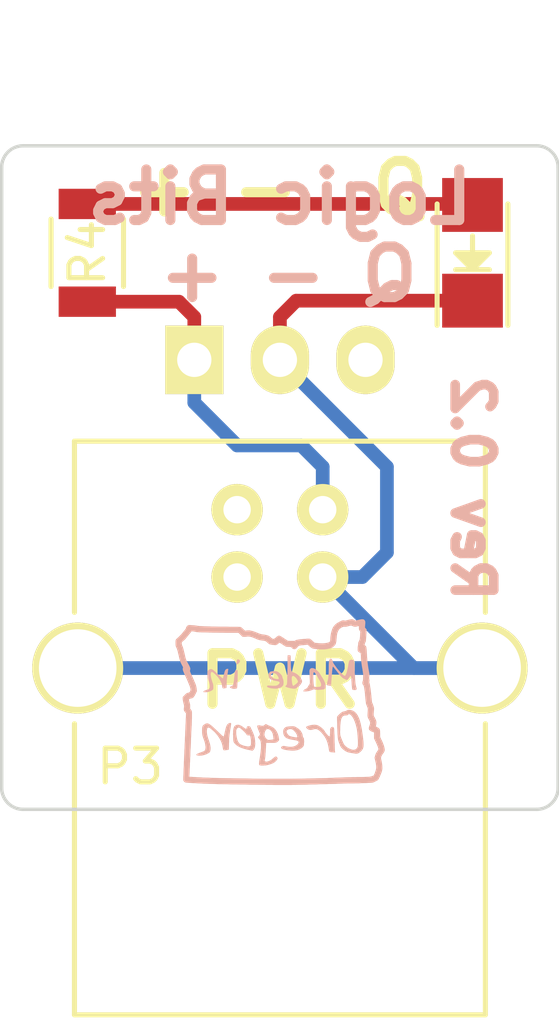
<source format=kicad_pcb>
(kicad_pcb (version 4) (host pcbnew 4.0.4-stable)

  (general
    (links 7)
    (no_connects 0)
    (area 131.394999 83.769999 148.005001 103.555001)
    (thickness 1.6)
    (drawings 15)
    (tracks 23)
    (zones 0)
    (modules 5)
    (nets 5)
  )

  (page A4)
  (layers
    (0 F.Cu signal)
    (31 B.Cu signal)
    (32 B.Adhes user)
    (33 F.Adhes user)
    (34 B.Paste user)
    (35 F.Paste user)
    (36 B.SilkS user)
    (37 F.SilkS user)
    (38 B.Mask user)
    (39 F.Mask user)
    (40 Dwgs.User user)
    (41 Cmts.User user)
    (42 Eco1.User user)
    (43 Eco2.User user)
    (44 Edge.Cuts user)
    (45 Margin user)
    (46 B.CrtYd user)
    (47 F.CrtYd user)
    (48 B.Fab user)
    (49 F.Fab user hide)
  )

  (setup
    (last_trace_width 0.4064)
    (user_trace_width 0.254)
    (user_trace_width 0.3048)
    (user_trace_width 0.4064)
    (user_trace_width 0.6096)
    (trace_clearance 0.2)
    (zone_clearance 0.508)
    (zone_45_only no)
    (trace_min 0.2)
    (segment_width 0.2)
    (edge_width 0.1)
    (via_size 0.6)
    (via_drill 0.4)
    (via_min_size 0.4)
    (via_min_drill 0.3)
    (uvia_size 0.3)
    (uvia_drill 0.1)
    (uvias_allowed no)
    (uvia_min_size 0.2)
    (uvia_min_drill 0.1)
    (pcb_text_width 0.3)
    (pcb_text_size 1.5 1.5)
    (mod_edge_width 0.15)
    (mod_text_size 1 1)
    (mod_text_width 0.15)
    (pad_size 1.778 1.25)
    (pad_drill 0.85)
    (pad_to_mask_clearance 0)
    (aux_axis_origin 0 0)
    (visible_elements 7FFFFFFF)
    (pcbplotparams
      (layerselection 0x010f0_80000001)
      (usegerberextensions false)
      (excludeedgelayer true)
      (linewidth 0.100000)
      (plotframeref false)
      (viasonmask false)
      (mode 1)
      (useauxorigin false)
      (hpglpennumber 1)
      (hpglpenspeed 20)
      (hpglpendiameter 15)
      (hpglpenoverlay 2)
      (psnegative false)
      (psa4output false)
      (plotreference true)
      (plotvalue true)
      (plotinvisibletext false)
      (padsonsilk false)
      (subtractmaskfromsilk false)
      (outputformat 1)
      (mirror false)
      (drillshape 0)
      (scaleselection 1)
      (outputdirectory gerber/))
  )

  (net 0 "")
  (net 1 GND)
  (net 2 "Net-(D1-Pad2)")
  (net 3 +5V)
  (net 4 "Net-(P2-Pad1)")

  (net_class Default "This is the default net class."
    (clearance 0.2)
    (trace_width 0.25)
    (via_dia 0.6)
    (via_drill 0.4)
    (uvia_dia 0.3)
    (uvia_drill 0.1)
    (add_net +5V)
    (add_net GND)
    (add_net "Net-(D1-Pad2)")
    (add_net "Net-(P2-Pad1)")
  )

  (module Connect:USB_B (layer F.Cu) (tedit 5912ACDD) (tstamp 56F0BCDB)
    (at 140.97 94.615 270)
    (descr "USB B connector")
    (tags "USB_B USB_DEV")
    (path /567A91EF)
    (fp_text reference P3 (at 7.62 5.715 360) (layer F.SilkS)
      (effects (font (size 1 1) (thickness 0.15)))
    )
    (fp_text value USB_B (at 4.699 1.27 360) (layer F.Fab)
      (effects (font (size 1 1) (thickness 0.15)))
    )
    (fp_line (start 15.25 8.9) (end -2.3 8.9) (layer F.CrtYd) (width 0.05))
    (fp_line (start -2.3 8.9) (end -2.3 -6.35) (layer F.CrtYd) (width 0.05))
    (fp_line (start -2.3 -6.35) (end 15.25 -6.35) (layer F.CrtYd) (width 0.05))
    (fp_line (start 15.25 -6.35) (end 15.25 8.9) (layer F.CrtYd) (width 0.05))
    (fp_line (start 6.35 7.366) (end 14.986 7.366) (layer F.SilkS) (width 0.15))
    (fp_line (start -2.032 7.366) (end 3.048 7.366) (layer F.SilkS) (width 0.15))
    (fp_line (start 6.35 -4.826) (end 14.986 -4.826) (layer F.SilkS) (width 0.15))
    (fp_line (start -2.032 -4.826) (end 3.048 -4.826) (layer F.SilkS) (width 0.15))
    (fp_line (start 14.986 -4.826) (end 14.986 7.366) (layer F.SilkS) (width 0.15))
    (fp_line (start -2.032 7.366) (end -2.032 -4.826) (layer F.SilkS) (width 0.15))
    (pad 2 thru_hole circle (at 0 2.54 180) (size 1.524 1.524) (drill 0.8128) (layers *.Cu *.Mask F.SilkS))
    (pad 1 thru_hole circle (at 0 0 180) (size 1.524 1.524) (drill 0.8128) (layers *.Cu *.Mask F.SilkS)
      (net 3 +5V))
    (pad 4 thru_hole circle (at 1.99898 0 180) (size 1.524 1.524) (drill 0.8128) (layers *.Cu *.Mask F.SilkS)
      (net 1 GND))
    (pad 3 thru_hole circle (at 1.99898 2.54 180) (size 1.524 1.524) (drill 0.8128) (layers *.Cu *.Mask F.SilkS))
    (pad 5 thru_hole circle (at 4.699 7.26948 180) (size 2.70002 2.70002) (drill 2.30124) (layers *.Cu *.Mask F.SilkS)
      (net 1 GND))
    (pad 5 thru_hole circle (at 4.699 -4.72948 180) (size 2.70002 2.70002) (drill 2.30124) (layers *.Cu *.Mask F.SilkS)
      (net 1 GND))
    (model Connect.3dshapes/USB_B.wrl
      (at (xyz 0.185 -0.05 0.001))
      (scale (xyz 0.3937 0.3937 0.3937))
      (rotate (xyz 0 0 -90))
    )
  )

  (module Pin_Headers:Pin_Header_Angled_1x03 (layer F.Cu) (tedit 566E19BE) (tstamp 566DBE72)
    (at 137.16 90.17 90)
    (descr "Through hole pin header")
    (tags "pin header")
    (path /566DEFAD)
    (fp_text reference P6 (at 0 -5.1 90) (layer F.Fab) hide
      (effects (font (size 1 1) (thickness 0.15)))
    )
    (fp_text value JMP_OUT (at 0 -3.1 90) (layer F.Fab)
      (effects (font (size 1 1) (thickness 0.15)))
    )
    (fp_line (start -1.5 -1.75) (end -1.5 6.85) (layer F.CrtYd) (width 0.05))
    (fp_line (start -1.5 -1.75) (end 10.65 -1.75) (layer F.CrtYd) (width 0.05))
    (fp_line (start -1.5 6.85) (end 10.65 6.85) (layer F.CrtYd) (width 0.05))
    (pad 1 thru_hole rect (at 0 0 90) (size 2.032 1.7272) (drill 1.016) (layers *.Cu *.Mask F.SilkS)
      (net 3 +5V))
    (pad 2 thru_hole oval (at 0 2.54 90) (size 2.032 1.7272) (drill 1.016) (layers *.Cu *.Mask F.SilkS)
      (net 1 GND))
    (pad 3 thru_hole oval (at 0 5.08 90) (size 2.032 1.7272) (drill 1.016) (layers *.Cu *.Mask F.SilkS)
      (net 4 "Net-(P2-Pad1)"))
    (model Pin_Headers.3dshapes/Pin_Header_Angled_1x03.wrl
      (at (xyz 0 -0.1 0))
      (scale (xyz 1 1 1))
      (rotate (xyz 0 0 90))
    )
  )

  (module myFootPrints:MadeInOregonRev25 (layer F.Cu) (tedit 0) (tstamp 566E1B71)
    (at 139.7 100.33)
    (fp_text reference VAL (at 0 0) (layer F.SilkS) hide
      (effects (font (size 1.143 1.143) (thickness 0.1778)))
    )
    (fp_text value MadeInOregonRev25 (at 0 0) (layer F.SilkS) hide
      (effects (font (size 1.143 1.143) (thickness 0.1778)))
    )
    (fp_poly (pts (xy -3.09626 -1.76022) (xy -3.09626 -1.72212) (xy -3.09372 -1.69672) (xy -3.09118 -1.67386)
      (xy -3.0861 -1.65608) (xy -3.07594 -1.63576) (xy -3.0734 -1.62814) (xy -3.0607 -1.6002)
      (xy -3.05054 -1.5748) (xy -3.04038 -1.54432) (xy -3.03022 -1.50876) (xy -3.02006 -1.46304)
      (xy -3.00736 -1.4097) (xy -3.00228 -1.39192) (xy -2.98704 -1.31826) (xy -2.96926 -1.2573)
      (xy -2.95402 -1.20396) (xy -2.9337 -1.15824) (xy -2.91338 -1.1176) (xy -2.91338 -1.74752)
      (xy -2.91338 -1.76276) (xy -2.91084 -1.77546) (xy -2.90322 -1.78816) (xy -2.89052 -1.8034)
      (xy -2.86766 -1.82118) (xy -2.8575 -1.83134) (xy -2.82956 -1.8542) (xy -2.80416 -1.8796)
      (xy -2.78638 -1.90246) (xy -2.77876 -1.91008) (xy -2.76606 -1.92786) (xy -2.74574 -1.95326)
      (xy -2.72034 -1.98374) (xy -2.69494 -2.01422) (xy -2.6924 -2.01676) (xy -2.66954 -2.0447)
      (xy -2.64922 -2.0701) (xy -2.63652 -2.08788) (xy -2.6289 -2.09804) (xy -2.6289 -2.10058)
      (xy -2.62382 -2.10566) (xy -2.60604 -2.10566) (xy -2.58064 -2.10566) (xy -2.55016 -2.10058)
      (xy -2.51968 -2.0955) (xy -2.50952 -2.09296) (xy -2.49682 -2.09042) (xy -2.48412 -2.08534)
      (xy -2.46888 -2.08534) (xy -2.4511 -2.0828) (xy -2.4257 -2.08026) (xy -2.39268 -2.07772)
      (xy -2.35458 -2.07772) (xy -2.30632 -2.07518) (xy -2.2479 -2.07518) (xy -2.17678 -2.07264)
      (xy -2.09296 -2.0701) (xy -2.03962 -2.0701) (xy -1.95326 -2.06756) (xy -1.8669 -2.06756)
      (xy -1.78054 -2.06502) (xy -1.69672 -2.06502) (xy -1.61798 -2.06248) (xy -1.54686 -2.06248)
      (xy -1.48336 -2.06248) (xy -1.4351 -2.06248) (xy -1.4224 -2.06248) (xy -1.22936 -2.06248)
      (xy -1.1684 -2.00152) (xy -1.10744 -1.9431) (xy -1.0668 -1.9431) (xy -1.03886 -1.9431)
      (xy -1.0033 -1.94564) (xy -0.97536 -1.95072) (xy -0.94234 -1.95326) (xy -0.91186 -1.95072)
      (xy -0.87884 -1.94564) (xy -0.8382 -1.93548) (xy -0.79248 -1.9177) (xy -0.7366 -1.89484)
      (xy -0.72136 -1.88976) (xy -0.67818 -1.86944) (xy -0.64516 -1.85674) (xy -0.61722 -1.84912)
      (xy -0.59182 -1.84404) (xy -0.56388 -1.83896) (xy -0.5461 -1.83642) (xy -0.50038 -1.83134)
      (xy -0.46482 -1.82626) (xy -0.43688 -1.81864) (xy -0.41656 -1.80848) (xy -0.39624 -1.79578)
      (xy -0.37592 -1.77546) (xy -0.37338 -1.77292) (xy -0.35052 -1.7526) (xy -0.32512 -1.73482)
      (xy -0.30734 -1.72212) (xy -0.30734 -1.72212) (xy -0.28702 -1.71704) (xy -0.25654 -1.71196)
      (xy -0.22098 -1.70434) (xy -0.18288 -1.7018) (xy -0.14986 -1.69672) (xy -0.12446 -1.69672)
      (xy -0.10922 -1.69926) (xy -0.09652 -1.70688) (xy -0.07366 -1.71958) (xy -0.05334 -1.73736)
      (xy -0.03048 -1.75768) (xy -0.01524 -1.7653) (xy -0.00508 -1.76784) (xy 0 -1.7653)
      (xy 0.01016 -1.75768) (xy 0.03048 -1.74498) (xy 0.05842 -1.7272) (xy 0.0889 -1.70688)
      (xy 0.09652 -1.7018) (xy 0.18288 -1.64846) (xy 0.25908 -1.64592) (xy 0.29464 -1.64338)
      (xy 0.3175 -1.64084) (xy 0.3302 -1.6383) (xy 0.34036 -1.63322) (xy 0.34544 -1.6256)
      (xy 0.34798 -1.62052) (xy 0.3683 -1.59766) (xy 0.39624 -1.58242) (xy 0.42672 -1.5748)
      (xy 0.4318 -1.5748) (xy 0.45974 -1.58242) (xy 0.48768 -1.6002) (xy 0.51562 -1.63068)
      (xy 0.52578 -1.64338) (xy 0.53848 -1.65608) (xy 0.5461 -1.66624) (xy 0.55626 -1.67386)
      (xy 0.56896 -1.68148) (xy 0.58928 -1.68402) (xy 0.61468 -1.6891) (xy 0.65278 -1.69418)
      (xy 0.70104 -1.69672) (xy 0.71628 -1.69926) (xy 0.8255 -1.70942) (xy 0.85598 -1.68148)
      (xy 0.89154 -1.64846) (xy 0.9271 -1.62306) (xy 0.95758 -1.60274) (xy 0.96774 -1.59766)
      (xy 0.9906 -1.59258) (xy 1.02362 -1.5875) (xy 1.0668 -1.58242) (xy 1.11252 -1.57734)
      (xy 1.16332 -1.57226) (xy 1.21158 -1.56972) (xy 1.2573 -1.56972) (xy 1.25984 -1.56972)
      (xy 1.3081 -1.56972) (xy 1.35128 -1.5748) (xy 1.39446 -1.57988) (xy 1.44272 -1.59004)
      (xy 1.48844 -1.6002) (xy 1.52146 -1.61036) (xy 1.54686 -1.62306) (xy 1.56972 -1.63576)
      (xy 1.59258 -1.65608) (xy 1.61798 -1.68148) (xy 1.63576 -1.7018) (xy 1.651 -1.72212)
      (xy 1.65862 -1.74498) (xy 1.66624 -1.77292) (xy 1.67386 -1.80848) (xy 1.6764 -1.85166)
      (xy 1.68148 -1.90246) (xy 1.6891 -1.9812) (xy 1.7018 -2.04978) (xy 1.72212 -2.10566)
      (xy 1.74752 -2.15138) (xy 1.75006 -2.15646) (xy 1.77546 -2.18186) (xy 1.81356 -2.2098)
      (xy 1.82626 -2.21742) (xy 1.8542 -2.23012) (xy 1.87706 -2.24028) (xy 1.89484 -2.24282)
      (xy 1.9177 -2.24282) (xy 1.92024 -2.24282) (xy 1.95834 -2.24282) (xy 2.00152 -2.25044)
      (xy 2.032 -2.25806) (xy 2.0701 -2.27076) (xy 2.09804 -2.27584) (xy 2.11582 -2.27838)
      (xy 2.13106 -2.2733) (xy 2.1463 -2.26822) (xy 2.15392 -2.26314) (xy 2.1844 -2.2479)
      (xy 2.22758 -2.24282) (xy 2.27584 -2.2479) (xy 2.29108 -2.25298) (xy 2.31394 -2.25806)
      (xy 2.33426 -2.26314) (xy 2.34188 -2.26314) (xy 2.34188 -2.25806) (xy 2.34442 -2.23774)
      (xy 2.34442 -2.21488) (xy 2.34442 -2.21234) (xy 2.34442 -2.1844) (xy 2.34696 -2.16408)
      (xy 2.35204 -2.1463) (xy 2.36474 -2.12852) (xy 2.3876 -2.0955) (xy 2.37998 -1.97612)
      (xy 2.37744 -1.9304) (xy 2.37236 -1.89738) (xy 2.36982 -1.87198) (xy 2.36474 -1.8542)
      (xy 2.35966 -1.83896) (xy 2.35204 -1.82372) (xy 2.34696 -1.8161) (xy 2.33172 -1.78562)
      (xy 2.3241 -1.75768) (xy 2.3241 -1.73736) (xy 2.32156 -1.70942) (xy 2.31902 -1.68656)
      (xy 2.31648 -1.67894) (xy 2.31394 -1.66116) (xy 2.30886 -1.63576) (xy 2.30886 -1.60274)
      (xy 2.30886 -1.59004) (xy 2.30886 -1.55702) (xy 2.30886 -1.5367) (xy 2.31394 -1.52146)
      (xy 2.32156 -1.5113) (xy 2.33172 -1.4986) (xy 2.33426 -1.49606) (xy 2.35458 -1.48082)
      (xy 2.3749 -1.4732) (xy 2.37744 -1.47066) (xy 2.3876 -1.47066) (xy 2.39268 -1.46558)
      (xy 2.39776 -1.45034) (xy 2.4003 -1.42494) (xy 2.40284 -1.39192) (xy 2.40538 -1.35382)
      (xy 2.40538 -1.33096) (xy 2.40792 -1.28778) (xy 2.413 -1.2319) (xy 2.42062 -1.16078)
      (xy 2.43332 -1.07442) (xy 2.4511 -0.97536) (xy 2.4511 -0.96774) (xy 2.45872 -0.92456)
      (xy 2.4638 -0.88392) (xy 2.46888 -0.85344) (xy 2.47142 -0.83058) (xy 2.47396 -0.82296)
      (xy 2.47396 -0.81026) (xy 2.47142 -0.7874) (xy 2.47142 -0.75692) (xy 2.46888 -0.72644)
      (xy 2.46888 -0.69342) (xy 2.46634 -0.66294) (xy 2.4638 -0.64262) (xy 2.46126 -0.635)
      (xy 2.4511 -0.6096) (xy 2.44856 -0.57912) (xy 2.4511 -0.54864) (xy 2.46126 -0.52324)
      (xy 2.4765 -0.51054) (xy 2.48412 -0.49784) (xy 2.49174 -0.47244) (xy 2.5019 -0.4318)
      (xy 2.50952 -0.37592) (xy 2.51968 -0.30734) (xy 2.5273 -0.2286) (xy 2.53238 -0.16764)
      (xy 2.53746 -0.1143) (xy 2.54254 -0.0635) (xy 2.54762 -0.02032) (xy 2.5527 0.01524)
      (xy 2.55524 0.04064) (xy 2.55778 0.05334) (xy 2.56794 0.07366) (xy 2.5781 0.1016)
      (xy 2.58826 0.127) (xy 2.59588 0.14732) (xy 2.6035 0.16256) (xy 2.60604 0.18034)
      (xy 2.60858 0.20066) (xy 2.60858 0.22606) (xy 2.60604 0.25908) (xy 2.6035 0.3048)
      (xy 2.6035 0.32512) (xy 2.60096 0.37084) (xy 2.60096 0.4064) (xy 2.60604 0.43434)
      (xy 2.61366 0.45974) (xy 2.62636 0.48768) (xy 2.64668 0.5207) (xy 2.66446 0.5588)
      (xy 2.67462 0.58674) (xy 2.6797 0.61468) (xy 2.67462 0.64262) (xy 2.66446 0.68072)
      (xy 2.65938 0.69088) (xy 2.64668 0.72898) (xy 2.63906 0.75946) (xy 2.63906 0.77978)
      (xy 2.6416 0.79756) (xy 2.64922 0.8128) (xy 2.64922 0.81534) (xy 2.66446 0.83058)
      (xy 2.68986 0.84836) (xy 2.72034 0.86614) (xy 2.75336 0.87884) (xy 2.77368 0.88646)
      (xy 2.794 0.89154) (xy 2.794 0.98044) (xy 2.794 1.07188) (xy 2.82448 1.13538)
      (xy 2.8575 1.20396) (xy 2.8829 1.26238) (xy 2.90322 1.31064) (xy 2.91592 1.3462)
      (xy 2.921 1.36652) (xy 2.92354 1.3843) (xy 2.92354 1.39954) (xy 2.91592 1.41478)
      (xy 2.90068 1.4351) (xy 2.90068 1.43764) (xy 2.87274 1.47828) (xy 2.84988 1.51638)
      (xy 2.8321 1.5621) (xy 2.82448 1.59004) (xy 2.80924 1.64338) (xy 2.8321 1.74244)
      (xy 2.84734 1.80848) (xy 2.85496 1.86182) (xy 2.86004 1.90754) (xy 2.86004 1.94818)
      (xy 2.85242 1.98628) (xy 2.84226 2.02438) (xy 2.84226 2.02438) (xy 2.82702 2.06756)
      (xy 2.81432 2.10566) (xy 2.79908 2.13868) (xy 2.78892 2.16154) (xy 2.77876 2.1717)
      (xy 2.77876 2.17424) (xy 2.7686 2.17678) (xy 2.74828 2.1844) (xy 2.74066 2.18948)
      (xy 2.7178 2.1971) (xy 2.68224 2.20472) (xy 2.63398 2.2098) (xy 2.57302 2.21234)
      (xy 2.49682 2.21488) (xy 2.40792 2.21742) (xy 2.30632 2.21742) (xy 2.29616 2.21742)
      (xy 2.24028 2.21996) (xy 2.17424 2.21996) (xy 2.10058 2.2225) (xy 2.02184 2.2225)
      (xy 1.9431 2.22504) (xy 1.86944 2.23012) (xy 1.84912 2.23012) (xy 1.6129 2.23774)
      (xy 1.38684 2.2479) (xy 1.16332 2.25298) (xy 0.9398 2.25806) (xy 0.71882 2.26314)
      (xy 0.4953 2.26568) (xy 0.26924 2.26822) (xy 0.03556 2.26822) (xy -0.2032 2.26822)
      (xy -0.45466 2.26822) (xy -0.71628 2.26568) (xy -0.84836 2.26314) (xy -1.03378 2.2606)
      (xy -1.20396 2.25806) (xy -1.36144 2.25552) (xy -1.50622 2.25298) (xy -1.64084 2.25044)
      (xy -1.7653 2.2479) (xy -1.88214 2.24536) (xy -1.98882 2.24282) (xy -2.08788 2.23774)
      (xy -2.17932 2.2352) (xy -2.26822 2.23266) (xy -2.35204 2.22758) (xy -2.39776 2.22504)
      (xy -2.46126 2.2225) (xy -2.51968 2.21742) (xy -2.57302 2.21488) (xy -2.61874 2.21234)
      (xy -2.65176 2.2098) (xy -2.67462 2.2098) (xy -2.68732 2.2098) (xy -2.68732 2.2098)
      (xy -2.68732 2.20218) (xy -2.68478 2.17932) (xy -2.68478 2.1463) (xy -2.68224 2.09804)
      (xy -2.6797 2.03962) (xy -2.67716 1.97104) (xy -2.67208 1.8923) (xy -2.66954 1.80594)
      (xy -2.66446 1.70942) (xy -2.65938 1.60782) (xy -2.65684 1.50114) (xy -2.65176 1.38684)
      (xy -2.64414 1.27) (xy -2.64414 1.25476) (xy -2.63906 1.11506) (xy -2.63398 0.98806)
      (xy -2.6289 0.87376) (xy -2.62382 0.77216) (xy -2.61874 0.68326) (xy -2.6162 0.60452)
      (xy -2.61366 0.53848) (xy -2.61112 0.47752) (xy -2.61112 0.42926) (xy -2.61112 0.38608)
      (xy -2.61112 0.35306) (xy -2.61112 0.32258) (xy -2.61112 0.29972) (xy -2.61366 0.28194)
      (xy -2.6162 0.2667) (xy -2.61874 0.25654) (xy -2.62128 0.24638) (xy -2.62636 0.23876)
      (xy -2.63144 0.23368) (xy -2.63652 0.22606) (xy -2.6416 0.21844) (xy -2.6543 0.2032)
      (xy -2.66192 0.18796) (xy -2.66446 0.17272) (xy -2.66192 0.14732) (xy -2.66192 0.13716)
      (xy -2.66192 0.1016) (xy -2.66446 0.06858) (xy -2.67462 0.02794) (xy -2.67462 0.0254)
      (xy -2.68732 -0.01778) (xy -2.69494 -0.04826) (xy -2.69748 -0.07112) (xy -2.69748 -0.08382)
      (xy -2.69494 -0.09398) (xy -2.68732 -0.09906) (xy -2.68732 -0.1016) (xy -2.66954 -0.10668)
      (xy -2.64668 -0.1143) (xy -2.63652 -0.1143) (xy -2.60858 -0.12192) (xy -2.58572 -0.13208)
      (xy -2.5654 -0.14732) (xy -2.54762 -0.17018) (xy -2.52476 -0.20574) (xy -2.50698 -0.2413)
      (xy -2.4638 -0.3302) (xy -2.47142 -0.40894) (xy -2.4765 -0.43942) (xy -2.48158 -0.46736)
      (xy -2.4892 -0.49276) (xy -2.49682 -0.5207) (xy -2.50952 -0.55626) (xy -2.52984 -0.59944)
      (xy -2.53492 -0.61214) (xy -2.55524 -0.66294) (xy -2.5781 -0.71374) (xy -2.60096 -0.76708)
      (xy -2.62128 -0.8128) (xy -2.63144 -0.83058) (xy -2.64668 -0.86868) (xy -2.65938 -0.89662)
      (xy -2.667 -0.91694) (xy -2.66954 -0.92964) (xy -2.667 -0.9398) (xy -2.667 -0.94996)
      (xy -2.65938 -0.97536) (xy -2.65938 -1.00584) (xy -2.66954 -1.03886) (xy -2.68732 -1.0795)
      (xy -2.71272 -1.12776) (xy -2.71526 -1.1303) (xy -2.73812 -1.17094) (xy -2.75844 -1.2065)
      (xy -2.77368 -1.23698) (xy -2.78384 -1.26746) (xy -2.79654 -1.30048) (xy -2.8067 -1.34112)
      (xy -2.81686 -1.38684) (xy -2.82702 -1.43256) (xy -2.84226 -1.49606) (xy -2.85496 -1.54686)
      (xy -2.86512 -1.5875) (xy -2.87528 -1.62052) (xy -2.88544 -1.64846) (xy -2.89306 -1.67132)
      (xy -2.90068 -1.68148) (xy -2.9083 -1.70942) (xy -2.91338 -1.7399) (xy -2.91338 -1.74752)
      (xy -2.91338 -1.1176) (xy -2.91084 -1.11506) (xy -2.90576 -1.09982) (xy -2.88798 -1.07188)
      (xy -2.87782 -1.04902) (xy -2.87274 -1.03632) (xy -2.87274 -1.02616) (xy -2.87782 -1.016)
      (xy -2.88036 -0.99822) (xy -2.8829 -0.98044) (xy -2.87782 -0.95758) (xy -2.8702 -0.92964)
      (xy -2.85496 -0.89408) (xy -2.83464 -0.84582) (xy -2.8194 -0.81534) (xy -2.78384 -0.73406)
      (xy -2.74828 -0.65786) (xy -2.72034 -0.58928) (xy -2.69494 -0.52832) (xy -2.67462 -0.47752)
      (xy -2.66192 -0.43688) (xy -2.6543 -0.40894) (xy -2.6543 -0.4064) (xy -2.64922 -0.37846)
      (xy -2.65176 -0.36068) (xy -2.65684 -0.34036) (xy -2.66446 -0.32766) (xy -2.67462 -0.30734)
      (xy -2.68732 -0.29464) (xy -2.70256 -0.28702) (xy -2.72542 -0.28194) (xy -2.73812 -0.2794)
      (xy -2.75336 -0.27686) (xy -2.77114 -0.2667) (xy -2.78892 -0.25146) (xy -2.81686 -0.22606)
      (xy -2.82448 -0.2159) (xy -2.84988 -0.1905) (xy -2.86766 -0.17272) (xy -2.87782 -0.16002)
      (xy -2.8829 -0.14732) (xy -2.8829 -0.13208) (xy -2.8829 -0.12192) (xy -2.88036 -0.06858)
      (xy -2.86766 -0.00762) (xy -2.85242 0.05588) (xy -2.8448 0.08382) (xy -2.84226 0.10668)
      (xy -2.84226 0.12954) (xy -2.8448 0.16002) (xy -2.84734 0.1651) (xy -2.84988 0.19812)
      (xy -2.84988 0.22606) (xy -2.84226 0.24892) (xy -2.82448 0.27686) (xy -2.8067 0.29972)
      (xy -2.78384 0.32766) (xy -2.82702 1.3081) (xy -2.8321 1.42748) (xy -2.83718 1.54432)
      (xy -2.84226 1.65608) (xy -2.84734 1.76276) (xy -2.84988 1.86182) (xy -2.85496 1.95326)
      (xy -2.8575 2.03708) (xy -2.86004 2.11074) (xy -2.86258 2.17424) (xy -2.86512 2.22758)
      (xy -2.86512 2.26822) (xy -2.86512 2.29616) (xy -2.86512 2.3114) (xy -2.86512 2.3114)
      (xy -2.85496 2.3368) (xy -2.83464 2.35966) (xy -2.81178 2.3749) (xy -2.8067 2.37744)
      (xy -2.794 2.37998) (xy -2.76606 2.38252) (xy -2.72796 2.38506) (xy -2.6797 2.39014)
      (xy -2.62128 2.39268) (xy -2.55778 2.39776) (xy -2.48412 2.4003) (xy -2.40792 2.40538)
      (xy -2.32664 2.40792) (xy -2.24536 2.413) (xy -2.16154 2.41554) (xy -2.08026 2.41808)
      (xy -1.99898 2.42062) (xy -1.92278 2.42316) (xy -1.85166 2.4257) (xy -1.80848 2.42824)
      (xy -1.74752 2.42824) (xy -1.67386 2.43078) (xy -1.59004 2.43078) (xy -1.4986 2.43332)
      (xy -1.397 2.43586) (xy -1.29032 2.43586) (xy -1.1811 2.4384) (xy -1.0668 2.4384)
      (xy -0.95504 2.44094) (xy -0.84582 2.44348) (xy -0.80264 2.44348) (xy -0.70104 2.44348)
      (xy -0.59944 2.44602) (xy -0.50038 2.44602) (xy -0.40386 2.44856) (xy -0.31496 2.44856)
      (xy -0.23114 2.44856) (xy -0.15748 2.4511) (xy -0.09398 2.4511) (xy -0.04064 2.4511)
      (xy 0 2.4511) (xy 0.02286 2.4511) (xy 0.05842 2.4511) (xy 0.10922 2.4511)
      (xy 0.17018 2.4511) (xy 0.2413 2.4511) (xy 0.3175 2.4511) (xy 0.39878 2.44856)
      (xy 0.4826 2.44856) (xy 0.56642 2.44602) (xy 0.60198 2.44602) (xy 0.75692 2.44348)
      (xy 0.90678 2.4384) (xy 1.0541 2.43586) (xy 1.1938 2.43078) (xy 1.32588 2.42824)
      (xy 1.45034 2.42316) (xy 1.56464 2.42062) (xy 1.66624 2.41808) (xy 1.7526 2.413)
      (xy 1.77038 2.413) (xy 1.82626 2.41046) (xy 1.8923 2.40792) (xy 1.96342 2.40792)
      (xy 2.03454 2.40538) (xy 2.10312 2.40538) (xy 2.12852 2.40538) (xy 2.19456 2.40538)
      (xy 2.26822 2.40284) (xy 2.3495 2.40284) (xy 2.42824 2.39776) (xy 2.50444 2.39522)
      (xy 2.54254 2.39522) (xy 2.75844 2.38252) (xy 2.82956 2.3495) (xy 2.86258 2.33172)
      (xy 2.88798 2.31902) (xy 2.90576 2.30632) (xy 2.91084 2.30124) (xy 2.92608 2.28092)
      (xy 2.94132 2.25044) (xy 2.96164 2.2098) (xy 2.97942 2.16662) (xy 2.9972 2.12344)
      (xy 3.01244 2.08534) (xy 3.02514 2.0447) (xy 3.03276 2.01168) (xy 3.03784 1.98628)
      (xy 3.04038 1.9558) (xy 3.04038 1.93548) (xy 3.0353 1.86182) (xy 3.0226 1.778)
      (xy 3.00736 1.70434) (xy 2.99974 1.66878) (xy 2.99974 1.64084) (xy 3.00736 1.61036)
      (xy 3.0226 1.57734) (xy 3.04546 1.53924) (xy 3.0607 1.52146) (xy 3.08356 1.4859)
      (xy 3.0988 1.4605) (xy 3.10642 1.4351) (xy 3.10896 1.4097) (xy 3.10642 1.37668)
      (xy 3.0988 1.33858) (xy 3.09118 1.3081) (xy 3.07848 1.26746) (xy 3.0607 1.22174)
      (xy 3.04038 1.1684) (xy 3.01498 1.1176) (xy 2.99466 1.07442) (xy 2.98704 1.05664)
      (xy 2.97942 1.0414) (xy 2.97688 1.02362) (xy 2.97434 1.0033) (xy 2.97434 0.97282)
      (xy 2.97434 0.93218) (xy 2.97434 0.9271) (xy 2.9718 0.87884) (xy 2.96926 0.8382)
      (xy 2.96418 0.81026) (xy 2.95148 0.7874) (xy 2.9337 0.76708) (xy 2.90576 0.7493)
      (xy 2.86766 0.72898) (xy 2.84734 0.71882) (xy 2.84734 0.7112) (xy 2.84988 0.69342)
      (xy 2.85496 0.66802) (xy 2.8575 0.6604) (xy 2.86258 0.61468) (xy 2.86258 0.5842)
      (xy 2.86258 0.57658) (xy 2.84988 0.5334) (xy 2.82956 0.48768) (xy 2.8067 0.44196)
      (xy 2.79908 0.42926) (xy 2.79146 0.41656) (xy 2.78638 0.40386) (xy 2.7813 0.38862)
      (xy 2.7813 0.37084) (xy 2.7813 0.34798) (xy 2.7813 0.3175) (xy 2.78638 0.27432)
      (xy 2.79146 0.22098) (xy 2.79146 0.21844) (xy 2.79146 0.19304) (xy 2.79146 0.16764)
      (xy 2.78384 0.1397) (xy 2.77622 0.11176) (xy 2.76352 0.07874) (xy 2.75336 0.04826)
      (xy 2.7432 0.0254) (xy 2.74066 0.02032) (xy 2.73558 0.00762) (xy 2.7305 -0.0127)
      (xy 2.72796 -0.04064) (xy 2.72288 -0.07874) (xy 2.7178 -0.12954) (xy 2.71272 -0.1905)
      (xy 2.7051 -0.25908) (xy 2.69748 -0.32512) (xy 2.68986 -0.38862) (xy 2.6797 -0.44958)
      (xy 2.67208 -0.50292) (xy 2.66446 -0.5461) (xy 2.6543 -0.57658) (xy 2.65176 -0.58674)
      (xy 2.65176 -0.60452) (xy 2.6543 -0.6223) (xy 2.65684 -0.6477) (xy 2.65176 -0.68326)
      (xy 2.65176 -0.68326) (xy 2.64668 -0.71628) (xy 2.64922 -0.75184) (xy 2.65176 -0.76962)
      (xy 2.6543 -0.79248) (xy 2.65684 -0.8128) (xy 2.6543 -0.83566) (xy 2.65176 -0.8636)
      (xy 2.64414 -0.90424) (xy 2.6416 -0.91948) (xy 2.62382 -1.01346) (xy 2.61112 -1.09982)
      (xy 2.60096 -1.1811) (xy 2.59334 -1.26238) (xy 2.58572 -1.35128) (xy 2.58064 -1.42748)
      (xy 2.5781 -1.49352) (xy 2.57302 -1.54432) (xy 2.57048 -1.58496) (xy 2.5654 -1.61544)
      (xy 2.56286 -1.6383) (xy 2.55524 -1.65608) (xy 2.54762 -1.66878) (xy 2.53746 -1.6764)
      (xy 2.52984 -1.68402) (xy 2.51714 -1.69418) (xy 2.51206 -1.70688) (xy 2.5146 -1.72466)
      (xy 2.52222 -1.75006) (xy 2.53238 -1.77546) (xy 2.53238 -1.77546) (xy 2.54 -1.78816)
      (xy 2.54254 -1.79832) (xy 2.54762 -1.81102) (xy 2.55016 -1.8288) (xy 2.5527 -1.85166)
      (xy 2.55524 -1.88214) (xy 2.55778 -1.92532) (xy 2.56286 -1.97866) (xy 2.56286 -2.0066)
      (xy 2.57302 -2.159) (xy 2.54762 -2.18948) (xy 2.52222 -2.21996) (xy 2.52984 -2.29616)
      (xy 2.53238 -2.34442) (xy 2.53238 -2.37998) (xy 2.52984 -2.40538) (xy 2.51968 -2.4257)
      (xy 2.50698 -2.44094) (xy 2.50444 -2.44348) (xy 2.4892 -2.45618) (xy 2.47142 -2.46126)
      (xy 2.44856 -2.4638) (xy 2.42062 -2.4638) (xy 2.38252 -2.45618) (xy 2.33172 -2.44602)
      (xy 2.32664 -2.44348) (xy 2.2352 -2.42316) (xy 2.19964 -2.44348) (xy 2.17424 -2.45618)
      (xy 2.15138 -2.4638) (xy 2.12344 -2.4638) (xy 2.09296 -2.45872) (xy 2.04978 -2.4511)
      (xy 2.0193 -2.44348) (xy 1.98374 -2.43332) (xy 1.9558 -2.4257) (xy 1.93802 -2.42316)
      (xy 1.92024 -2.4257) (xy 1.90754 -2.42824) (xy 1.88722 -2.43078) (xy 1.86944 -2.43078)
      (xy 1.84912 -2.42824) (xy 1.82372 -2.41808) (xy 1.79324 -2.40284) (xy 1.76022 -2.38506)
      (xy 1.71958 -2.3622) (xy 1.6891 -2.34442) (xy 1.66624 -2.32664) (xy 1.64846 -2.3114)
      (xy 1.63068 -2.29362) (xy 1.6129 -2.27076) (xy 1.59258 -2.2479) (xy 1.57734 -2.22504)
      (xy 1.56718 -2.20472) (xy 1.55702 -2.17932) (xy 1.54432 -2.1463) (xy 1.53162 -2.10312)
      (xy 1.52908 -2.09296) (xy 1.51638 -2.0447) (xy 1.50876 -2.00406) (xy 1.50368 -1.96596)
      (xy 1.4986 -1.92278) (xy 1.4986 -1.90754) (xy 1.49606 -1.86182) (xy 1.49352 -1.8288)
      (xy 1.4859 -1.80594) (xy 1.4732 -1.7907) (xy 1.45288 -1.778) (xy 1.4224 -1.77038)
      (xy 1.39446 -1.76276) (xy 1.3335 -1.7526) (xy 1.26238 -1.74752) (xy 1.18364 -1.75006)
      (xy 1.10998 -1.75768) (xy 1.03124 -1.7653) (xy 0.9652 -1.82372) (xy 0.9398 -1.84912)
      (xy 0.9144 -1.8669) (xy 0.89408 -1.88214) (xy 0.88392 -1.88722) (xy 0.86868 -1.88722)
      (xy 0.84328 -1.88722) (xy 0.80518 -1.88722) (xy 0.762 -1.88214) (xy 0.7112 -1.8796)
      (xy 0.6604 -1.87452) (xy 0.6096 -1.86944) (xy 0.56642 -1.86436) (xy 0.52324 -1.85674)
      (xy 0.49276 -1.85166) (xy 0.47244 -1.8415) (xy 0.45974 -1.83642) (xy 0.44958 -1.8288)
      (xy 0.43942 -1.82372) (xy 0.42418 -1.82118) (xy 0.40386 -1.82118) (xy 0.37592 -1.82118)
      (xy 0.33782 -1.82118) (xy 0.23622 -1.82372) (xy 0.13208 -1.8923) (xy 0.09398 -1.9177)
      (xy 0.06096 -1.93802) (xy 0.03302 -1.9558) (xy 0.0127 -1.96596) (xy 0.00508 -1.97104)
      (xy -0.02286 -1.97866) (xy -0.04826 -1.97358) (xy -0.07874 -1.95834) (xy -0.1143 -1.92786)
      (xy -0.11684 -1.92532) (xy -0.1397 -1.905) (xy -0.15748 -1.8923) (xy -0.17272 -1.88468)
      (xy -0.18796 -1.88214) (xy -0.19304 -1.88214) (xy -0.21082 -1.88468) (xy -0.22352 -1.88722)
      (xy -0.2413 -1.89992) (xy -0.26162 -1.9177) (xy -0.27178 -1.92786) (xy -0.30226 -1.95326)
      (xy -0.33528 -1.97358) (xy -0.37338 -1.98882) (xy -0.41656 -1.99898) (xy -0.47244 -2.00914)
      (xy -0.50038 -2.01168) (xy -0.53848 -2.01676) (xy -0.56896 -2.02438) (xy -0.59944 -2.03454)
      (xy -0.635 -2.04724) (xy -0.66548 -2.05994) (xy -0.70866 -2.07772) (xy -0.75692 -2.0955)
      (xy -0.80264 -2.11074) (xy -0.83058 -2.11836) (xy -0.86868 -2.12598) (xy -0.89662 -2.1336)
      (xy -0.91948 -2.1336) (xy -0.94234 -2.1336) (xy -0.97282 -2.13106) (xy -1.03378 -2.12344)
      (xy -1.0922 -2.17678) (xy -1.12776 -2.2098) (xy -1.1557 -2.23012) (xy -1.17348 -2.2352)
      (xy -1.18618 -2.23774) (xy -1.21412 -2.23774) (xy -1.24968 -2.24028) (xy -1.2954 -2.24028)
      (xy -1.3462 -2.24028) (xy -1.40208 -2.24028) (xy -1.40462 -2.24028) (xy -1.48844 -2.24028)
      (xy -1.57734 -2.24282) (xy -1.66878 -2.24282) (xy -1.76022 -2.24282) (xy -1.85166 -2.24536)
      (xy -1.94056 -2.2479) (xy -2.02438 -2.2479) (xy -2.10566 -2.25044) (xy -2.18186 -2.25298)
      (xy -2.25044 -2.25552) (xy -2.30886 -2.25806) (xy -2.35966 -2.2606) (xy -2.39776 -2.26314)
      (xy -2.42316 -2.26568) (xy -2.43586 -2.26822) (xy -2.45364 -2.27076) (xy -2.48666 -2.27584)
      (xy -2.52476 -2.28092) (xy -2.5654 -2.28346) (xy -2.58572 -2.286) (xy -2.63144 -2.28854)
      (xy -2.66446 -2.29108) (xy -2.68732 -2.29108) (xy -2.7051 -2.29108) (xy -2.7178 -2.28854)
      (xy -2.72796 -2.28346) (xy -2.7305 -2.28092) (xy -2.7559 -2.2606) (xy -2.77876 -2.22758)
      (xy -2.78892 -2.19202) (xy -2.79654 -2.17678) (xy -2.81178 -2.15392) (xy -2.8321 -2.13106)
      (xy -2.83718 -2.12344) (xy -2.86258 -2.09296) (xy -2.88544 -2.06502) (xy -2.90576 -2.04216)
      (xy -2.9083 -2.03708) (xy -2.92354 -2.0193) (xy -2.94894 -1.9939) (xy -2.97688 -1.96596)
      (xy -3.00482 -1.93802) (xy -3.03276 -1.91262) (xy -3.05816 -1.88976) (xy -3.07594 -1.87198)
      (xy -3.0861 -1.85928) (xy -3.0861 -1.85928) (xy -3.09118 -1.8415) (xy -3.09626 -1.81102)
      (xy -3.09626 -1.77038) (xy -3.09626 -1.76022) (xy -3.09626 -1.76022)) (layer B.SilkS) (width 0.00254))
    (fp_poly (pts (xy -0.67056 0.70358) (xy -0.67056 0.72136) (xy -0.66802 0.72644) (xy -0.66548 0.74676)
      (xy -0.65532 0.7747) (xy -0.64262 0.80772) (xy -0.63246 0.83312) (xy -0.61468 0.8763)
      (xy -0.60198 0.90932) (xy -0.59436 0.93218) (xy -0.59182 0.94996) (xy -0.5969 0.9652)
      (xy -0.60198 0.9779) (xy -0.61722 0.99568) (xy -0.63246 1.01092) (xy -0.64516 1.02362)
      (xy -0.6477 1.03632) (xy -0.64262 1.05156) (xy -0.62484 1.07188) (xy -0.6223 1.07696)
      (xy -0.59944 1.10236) (xy -0.5842 1.12522) (xy -0.57404 1.14554) (xy -0.56896 1.17348)
      (xy -0.56388 1.2065) (xy -0.56134 1.24968) (xy -0.56134 1.26238) (xy -0.56134 1.31572)
      (xy -0.56134 1.36652) (xy -0.56642 1.41986) (xy -0.5715 1.47828) (xy -0.58166 1.54686)
      (xy -0.59182 1.62306) (xy -0.59944 1.66116) (xy -0.60706 1.71704) (xy -0.61468 1.76022)
      (xy -0.61722 1.79324) (xy -0.61976 1.8161) (xy -0.61722 1.83388) (xy -0.61468 1.84658)
      (xy -0.6096 1.85674) (xy -0.6096 1.85928) (xy -0.60198 1.8669) (xy -0.59436 1.86944)
      (xy -0.58166 1.87198) (xy -0.56134 1.87452) (xy -0.53086 1.87452) (xy -0.51308 1.87452)
      (xy -0.47752 1.87452) (xy -0.45974 1.87198) (xy -0.45974 0.94234) (xy -0.45212 0.89662)
      (xy -0.43688 0.85344) (xy -0.41402 0.81788) (xy -0.40894 0.81026) (xy -0.38354 0.79502)
      (xy -0.35306 0.79248) (xy -0.32258 0.8001) (xy -0.2921 0.81788) (xy -0.26162 0.84582)
      (xy -0.23622 0.87884) (xy -0.21844 0.91948) (xy -0.21336 0.92964) (xy -0.20828 0.9525)
      (xy -0.2032 0.98044) (xy -0.19812 1.01092) (xy -0.19304 1.0414) (xy -0.1905 1.06934)
      (xy -0.18796 1.08712) (xy -0.1905 1.09728) (xy -0.20066 1.09982) (xy -0.22098 1.1049)
      (xy -0.24892 1.10998) (xy -0.2794 1.11252) (xy -0.30734 1.11506) (xy -0.3302 1.1176)
      (xy -0.34036 1.1176) (xy -0.36322 1.10998) (xy -0.38862 1.09474) (xy -0.39878 1.08458)
      (xy -0.4191 1.06172) (xy -0.43688 1.03886) (xy -0.44196 1.02616) (xy -0.4572 0.98806)
      (xy -0.45974 0.94234) (xy -0.45974 1.87198) (xy -0.4445 1.87198) (xy -0.42164 1.87198)
      (xy -0.41148 1.86944) (xy -0.37338 1.86182) (xy -0.3302 1.85166) (xy -0.28448 1.83642)
      (xy -0.24384 1.82372) (xy -0.21336 1.80848) (xy -0.20828 1.80848) (xy -0.17018 1.78562)
      (xy -0.13462 1.75768) (xy -0.10414 1.7272) (xy -0.08382 1.69926) (xy -0.07112 1.67386)
      (xy -0.07112 1.651) (xy -0.07112 1.651) (xy -0.08382 1.63068) (xy -0.10414 1.6129)
      (xy -0.12446 1.60528) (xy -0.12446 1.60528) (xy -0.1397 1.6129) (xy -0.16256 1.62814)
      (xy -0.19558 1.65608) (xy -0.20066 1.65862) (xy -0.24384 1.69672) (xy -0.28702 1.72466)
      (xy -0.3302 1.74498) (xy -0.37084 1.75768) (xy -0.40386 1.76276) (xy -0.4318 1.75514)
      (xy -0.43942 1.75006) (xy -0.44958 1.74244) (xy -0.45212 1.73482) (xy -0.45212 1.71958)
      (xy -0.44704 1.69672) (xy -0.4445 1.69418) (xy -0.44196 1.67386) (xy -0.43688 1.64338)
      (xy -0.4318 1.60274) (xy -0.42926 1.55194) (xy -0.42418 1.4859) (xy -0.4191 1.4097)
      (xy -0.41402 1.31826) (xy -0.41148 1.29286) (xy -0.4064 1.20142) (xy -0.27178 1.20142)
      (xy -0.21336 1.20142) (xy -0.17018 1.20142) (xy -0.13462 1.19888) (xy -0.10668 1.19126)
      (xy -0.08636 1.18364) (xy -0.06858 1.1684) (xy -0.0508 1.15316) (xy -0.04572 1.14808)
      (xy -0.03048 1.12776) (xy -0.0254 1.11506) (xy -0.0254 1.09474) (xy -0.02794 1.08458)
      (xy -0.04318 0.99822) (xy -0.06858 0.92202) (xy -0.1016 0.85598) (xy -0.14224 0.8001)
      (xy -0.1524 0.78994) (xy -0.18796 0.75692) (xy -0.22352 0.73406) (xy -0.26416 0.71374)
      (xy -0.29718 0.70104) (xy -0.3302 0.68834) (xy -0.36322 0.6731) (xy -0.37846 0.66548)
      (xy -0.4191 0.64262) (xy -0.44704 0.66548) (xy -0.4699 0.68326) (xy -0.49022 0.69596)
      (xy -0.51308 0.6985) (xy -0.54102 0.69596) (xy -0.57404 0.69088) (xy -0.60706 0.68326)
      (xy -0.62992 0.68326) (xy -0.64516 0.68326) (xy -0.65532 0.6858) (xy -0.66802 0.69342)
      (xy -0.67056 0.70358) (xy -0.67056 0.70358)) (layer B.SilkS) (width 0.00254))
    (fp_poly (pts (xy -2.47904 1.55448) (xy -2.47142 1.56464) (xy -2.47142 1.56718) (xy -2.45364 1.5748)
      (xy -2.4257 1.57988) (xy -2.39014 1.58242) (xy -2.3495 1.57988) (xy -2.30886 1.57734)
      (xy -2.29108 1.57226) (xy -2.24536 1.5621) (xy -2.1971 1.54686) (xy -2.15392 1.52654)
      (xy -2.11836 1.50622) (xy -2.0955 1.49098) (xy -2.08026 1.47828) (xy -2.07264 1.46558)
      (xy -2.06756 1.44526) (xy -2.06248 1.41986) (xy -2.05994 1.41224) (xy -2.0574 1.35636)
      (xy -2.06248 1.30048) (xy -2.07518 1.23698) (xy -2.09804 1.16586) (xy -2.10312 1.14808)
      (xy -2.13106 1.0668) (xy -2.15138 0.99568) (xy -2.16408 0.93218) (xy -2.16916 0.87376)
      (xy -2.16916 0.86614) (xy -2.16662 0.81788) (xy -2.159 0.77978) (xy -2.1463 0.75692)
      (xy -2.12598 0.74676) (xy -2.10058 0.75184) (xy -2.0955 0.75184) (xy -2.07772 0.76454)
      (xy -2.04978 0.78486) (xy -2.0193 0.81026) (xy -1.98628 0.8382) (xy -1.95326 0.86868)
      (xy -1.92278 0.89662) (xy -1.91516 0.90678) (xy -1.8415 0.99314) (xy -1.78308 1.08458)
      (xy -1.73736 1.17602) (xy -1.70688 1.27) (xy -1.69672 1.3335) (xy -1.69164 1.36398)
      (xy -1.68402 1.39192) (xy -1.6764 1.4097) (xy -1.6764 1.4097) (xy -1.66878 1.41986)
      (xy -1.66116 1.4224) (xy -1.64592 1.42494) (xy -1.62306 1.4224) (xy -1.59258 1.41732)
      (xy -1.55702 1.41224) (xy -1.51892 1.40462) (xy -1.51384 1.32334) (xy -1.5113 1.28016)
      (xy -1.5113 1.22936) (xy -1.50876 1.1811) (xy -1.50876 1.16078) (xy -1.50876 1.11252)
      (xy -1.50622 1.06426) (xy -1.50114 1.016) (xy -1.49606 0.96266) (xy -1.4859 0.89916)
      (xy -1.47574 0.82804) (xy -1.46812 0.78232) (xy -1.4605 0.7366) (xy -1.45542 0.69596)
      (xy -1.45034 0.6604) (xy -1.4478 0.63754) (xy -1.4478 0.62484) (xy -1.4478 0.6223)
      (xy -1.45796 0.61468) (xy -1.47574 0.61214) (xy -1.50114 0.61722) (xy -1.52654 0.62992)
      (xy -1.54686 0.64516) (xy -1.56464 0.66548) (xy -1.57988 0.69342) (xy -1.59512 0.73152)
      (xy -1.61036 0.77978) (xy -1.62306 0.84328) (xy -1.6256 0.84836) (xy -1.6383 0.9017)
      (xy -1.64592 0.94488) (xy -1.65608 0.97536) (xy -1.66116 0.99568) (xy -1.66624 1.00838)
      (xy -1.67132 1.01346) (xy -1.6764 1.016) (xy -1.6764 1.016) (xy -1.68402 1.01092)
      (xy -1.7018 0.99568) (xy -1.7272 0.97536) (xy -1.75768 0.94742) (xy -1.79324 0.9144)
      (xy -1.83134 0.8763) (xy -1.83388 0.87376) (xy -1.89992 0.81026) (xy -1.9558 0.75946)
      (xy -2.00152 0.71628) (xy -2.04216 0.68326) (xy -2.07772 0.65786) (xy -2.10566 0.64008)
      (xy -2.13106 0.62992) (xy -2.15392 0.62484) (xy -2.17678 0.62738) (xy -2.19964 0.63246)
      (xy -2.2225 0.64516) (xy -2.24282 0.65786) (xy -2.26822 0.67564) (xy -2.286 0.69342)
      (xy -2.29616 0.71882) (xy -2.30378 0.7493) (xy -2.30632 0.78994) (xy -2.30886 0.83566)
      (xy -2.30632 0.90424) (xy -2.30124 0.96266) (xy -2.28854 1.01346) (xy -2.27076 1.0668)
      (xy -2.26314 1.08712) (xy -2.24028 1.14808) (xy -2.2225 1.20904) (xy -2.21234 1.26746)
      (xy -2.20472 1.3208) (xy -2.20726 1.36906) (xy -2.21234 1.39954) (xy -2.21996 1.41732)
      (xy -2.23266 1.43256) (xy -2.25298 1.4478) (xy -2.28092 1.4605) (xy -2.31902 1.47574)
      (xy -2.3622 1.49098) (xy -2.39776 1.50368) (xy -2.42824 1.51638) (xy -2.45364 1.52908)
      (xy -2.4638 1.5367) (xy -2.4765 1.54686) (xy -2.47904 1.55448) (xy -2.47904 1.55448)) (layer B.SilkS) (width 0.00254))
    (fp_poly (pts (xy 1.69672 0.45974) (xy 1.69672 0.49784) (xy 1.69672 0.54356) (xy 1.69926 0.59944)
      (xy 1.7018 0.65786) (xy 1.7018 0.72136) (xy 1.70434 0.78486) (xy 1.70688 0.84836)
      (xy 1.70942 0.90678) (xy 1.71196 0.96012) (xy 1.7145 1.0033) (xy 1.71704 1.03886)
      (xy 1.71958 1.05664) (xy 1.7272 1.11252) (xy 1.74244 1.16332) (xy 1.7526 1.19634)
      (xy 1.76784 1.22936) (xy 1.78054 1.26238) (xy 1.78562 1.27762) (xy 1.78562 0.90424)
      (xy 1.78562 0.86614) (xy 1.78816 0.81788) (xy 1.78816 0.77978) (xy 1.7907 0.70358)
      (xy 1.79578 0.63754) (xy 1.80086 0.5842) (xy 1.80848 0.54102) (xy 1.8161 0.50292)
      (xy 1.8288 0.47244) (xy 1.83642 0.4572) (xy 1.85674 0.42418) (xy 1.8796 0.40386)
      (xy 1.91262 0.39116) (xy 1.95326 0.38862) (xy 1.95326 0.38862) (xy 1.9812 0.38862)
      (xy 1.99898 0.38354) (xy 2.01168 0.37592) (xy 2.01676 0.37084) (xy 2.03708 0.35306)
      (xy 2.05994 0.35052) (xy 2.0828 0.36068) (xy 2.11074 0.38354) (xy 2.11836 0.39116)
      (xy 2.15646 0.43942) (xy 2.19202 0.50038) (xy 2.2225 0.57404) (xy 2.25044 0.65532)
      (xy 2.2733 0.74676) (xy 2.286 0.80772) (xy 2.29362 0.86614) (xy 2.30124 0.92964)
      (xy 2.30632 0.99568) (xy 2.3114 1.06172) (xy 2.31394 1.12522) (xy 2.31648 1.18364)
      (xy 2.31648 1.23698) (xy 2.31394 1.28016) (xy 2.30886 1.31064) (xy 2.30886 1.31572)
      (xy 2.29362 1.34874) (xy 2.26822 1.37922) (xy 2.24028 1.39954) (xy 2.22758 1.40208)
      (xy 2.20726 1.40716) (xy 2.19202 1.4097) (xy 2.17424 1.4097) (xy 2.15138 1.40716)
      (xy 2.14376 1.40462) (xy 2.09296 1.38938) (xy 2.03962 1.36398) (xy 1.98882 1.3335)
      (xy 1.94564 1.29794) (xy 1.91008 1.25984) (xy 1.90246 1.24968) (xy 1.88976 1.22682)
      (xy 1.87452 1.1938) (xy 1.85674 1.15316) (xy 1.83896 1.10998) (xy 1.82118 1.0668)
      (xy 1.80594 1.02616) (xy 1.79578 0.99568) (xy 1.79578 0.99314) (xy 1.79324 0.97536)
      (xy 1.78816 0.95504) (xy 1.78816 0.93218) (xy 1.78562 0.90424) (xy 1.78562 1.27762)
      (xy 1.7907 1.29286) (xy 1.79324 1.29794) (xy 1.81356 1.33096) (xy 1.84404 1.36906)
      (xy 1.88468 1.40462) (xy 1.93294 1.44018) (xy 1.94818 1.4478) (xy 1.9685 1.4605)
      (xy 1.98882 1.47066) (xy 2.00914 1.47828) (xy 2.032 1.4859) (xy 2.06248 1.49098)
      (xy 2.10058 1.4986) (xy 2.15138 1.50876) (xy 2.159 1.50876) (xy 2.20726 1.51638)
      (xy 2.24028 1.52146) (xy 2.26822 1.524) (xy 2.28854 1.52146) (xy 2.30632 1.51892)
      (xy 2.3241 1.5113) (xy 2.32918 1.50876) (xy 2.3622 1.48844) (xy 2.39776 1.4605)
      (xy 2.42824 1.42748) (xy 2.4511 1.39446) (xy 2.45364 1.38938) (xy 2.46634 1.36398)
      (xy 2.47396 1.33604) (xy 2.47904 1.3081) (xy 2.48158 1.27254) (xy 2.48158 1.2319)
      (xy 2.47904 1.18364) (xy 2.47396 1.12522) (xy 2.46634 1.05664) (xy 2.45618 0.97536)
      (xy 2.44856 0.92964) (xy 2.43332 0.81788) (xy 2.413 0.71882) (xy 2.39522 0.62992)
      (xy 2.3749 0.55626) (xy 2.35458 0.49022) (xy 2.32918 0.43434) (xy 2.30378 0.38354)
      (xy 2.27584 0.3429) (xy 2.25044 0.31242) (xy 2.20472 0.27178) (xy 2.15392 0.24384)
      (xy 2.09804 0.2286) (xy 2.0447 0.22352) (xy 2.01676 0.22606) (xy 1.99898 0.23114)
      (xy 1.9812 0.2413) (xy 1.9812 0.24384) (xy 1.9558 0.25908) (xy 1.92024 0.2667)
      (xy 1.91262 0.26924) (xy 1.87706 0.27432) (xy 1.84404 0.28956) (xy 1.81102 0.31242)
      (xy 1.77292 0.34544) (xy 1.75006 0.3683) (xy 1.72466 0.3937) (xy 1.70942 0.41148)
      (xy 1.7018 0.42672) (xy 1.69672 0.43942) (xy 1.69672 0.45466) (xy 1.69672 0.45974)
      (xy 1.69672 0.45974)) (layer B.SilkS) (width 0.00254))
    (fp_poly (pts (xy 0.77978 0.74168) (xy 0.7874 0.75946) (xy 0.8001 0.7747) (xy 0.83566 0.80264)
      (xy 0.87376 0.81788) (xy 0.91948 0.82042) (xy 0.97028 0.81026) (xy 0.98298 0.80772)
      (xy 1.0287 0.79502) (xy 1.07188 0.79248) (xy 1.10998 0.80264) (xy 1.15062 0.8255)
      (xy 1.1938 0.86106) (xy 1.22428 0.889) (xy 1.28778 0.96266) (xy 1.33858 1.03378)
      (xy 1.37922 1.10998) (xy 1.4097 1.18872) (xy 1.43256 1.27762) (xy 1.44526 1.34366)
      (xy 1.45288 1.39446) (xy 1.4605 1.43002) (xy 1.46812 1.45542) (xy 1.47574 1.46812)
      (xy 1.48336 1.4732) (xy 1.49352 1.47574) (xy 1.51638 1.47828) (xy 1.54686 1.48336)
      (xy 1.56464 1.48336) (xy 1.6383 1.48844) (xy 1.63322 1.45034) (xy 1.63068 1.4351)
      (xy 1.63068 1.40462) (xy 1.62814 1.36398) (xy 1.6256 1.31572) (xy 1.6256 1.2573)
      (xy 1.62306 1.19634) (xy 1.62052 1.1303) (xy 1.62052 1.10998) (xy 1.62052 1.04394)
      (xy 1.61798 0.98044) (xy 1.61544 0.92456) (xy 1.6129 0.87376) (xy 1.61036 0.83312)
      (xy 1.61036 0.80264) (xy 1.60782 0.78486) (xy 1.60782 0.78232) (xy 1.59512 0.7493)
      (xy 1.57734 0.73152) (xy 1.55702 0.72644) (xy 1.5367 0.73406) (xy 1.52146 0.74422)
      (xy 1.50114 0.76962) (xy 1.49098 0.79502) (xy 1.48844 0.82296) (xy 1.49098 0.84582)
      (xy 1.49098 0.87122) (xy 1.49098 0.9017) (xy 1.48844 0.93218) (xy 1.4859 0.9652)
      (xy 1.48082 0.9906) (xy 1.47574 1.00838) (xy 1.47066 1.016) (xy 1.45796 1.01092)
      (xy 1.44018 0.99568) (xy 1.41986 0.97536) (xy 1.39446 0.94996) (xy 1.37414 0.92456)
      (xy 1.35382 0.89916) (xy 1.34112 0.88138) (xy 1.34112 0.87884) (xy 1.31826 0.84074)
      (xy 1.28778 0.80264) (xy 1.24714 0.76454) (xy 1.20142 0.72898) (xy 1.1557 0.6985)
      (xy 1.11252 0.67818) (xy 1.1049 0.67564) (xy 1.06426 0.66802) (xy 1.016 0.66548)
      (xy 0.96012 0.67056) (xy 0.9017 0.68072) (xy 0.87884 0.68834) (xy 0.83312 0.70104)
      (xy 0.80264 0.71374) (xy 0.78486 0.72644) (xy 0.77978 0.74168) (xy 0.77978 0.74168)) (layer B.SilkS) (width 0.00254))
    (fp_poly (pts (xy 0.0381 1.34112) (xy 0.0381 1.35636) (xy 0.04572 1.36652) (xy 0.0635 1.37922)
      (xy 0.06604 1.38176) (xy 0.1016 1.39446) (xy 0.14732 1.40716) (xy 0.20066 1.41732)
      (xy 0.25908 1.42494) (xy 0.32004 1.43002) (xy 0.381 1.43256) (xy 0.43688 1.43002)
      (xy 0.4826 1.42494) (xy 0.49784 1.4224) (xy 0.55626 1.40462) (xy 0.6096 1.37922)
      (xy 0.65532 1.34874) (xy 0.68834 1.31572) (xy 0.70358 1.29032) (xy 0.7112 1.26746)
      (xy 0.71374 1.23444) (xy 0.71628 1.20142) (xy 0.71882 1.16332) (xy 0.71628 1.12522)
      (xy 0.71374 1.0922) (xy 0.70866 1.0668) (xy 0.70104 1.04902) (xy 0.69342 1.04648)
      (xy 0.68834 1.03886) (xy 0.68072 1.02362) (xy 0.67564 1.00076) (xy 0.6731 0.98044)
      (xy 0.6731 0.97028) (xy 0.66802 0.94996) (xy 0.65786 0.91948) (xy 0.64008 0.889)
      (xy 0.6223 0.85598) (xy 0.60198 0.83058) (xy 0.59944 0.83058) (xy 0.57658 0.80772)
      (xy 0.5461 0.78232) (xy 0.508 0.75692) (xy 0.47244 0.73406) (xy 0.43942 0.71882)
      (xy 0.42672 0.71374) (xy 0.4064 0.7112) (xy 0.37846 0.7112) (xy 0.3429 0.7112)
      (xy 0.32004 0.71374) (xy 0.2667 0.71628) (xy 0.22606 0.72136) (xy 0.19558 0.72644)
      (xy 0.17272 0.7366) (xy 0.15494 0.74676) (xy 0.14732 0.75438) (xy 0.11938 0.78486)
      (xy 0.10414 0.82042) (xy 0.09906 0.8636) (xy 0.09906 0.88392) (xy 0.10668 0.94488)
      (xy 0.127 0.99314) (xy 0.15748 1.03124) (xy 0.19558 1.06172) (xy 0.19558 0.85598)
      (xy 0.20828 0.83312) (xy 0.23114 0.8128) (xy 0.26162 0.8001) (xy 0.29718 0.79248)
      (xy 0.33782 0.79502) (xy 0.35306 0.8001) (xy 0.38608 0.81534) (xy 0.4191 0.84328)
      (xy 0.45212 0.87884) (xy 0.4826 0.92202) (xy 0.50546 0.96774) (xy 0.508 0.9779)
      (xy 0.51562 1.0033) (xy 0.51816 1.02108) (xy 0.51308 1.03378) (xy 0.50038 1.0414)
      (xy 0.47498 1.0414) (xy 0.43942 1.03632) (xy 0.39116 1.02616) (xy 0.3683 1.02362)
      (xy 0.33528 1.01346) (xy 0.3048 1.0033) (xy 0.28194 0.99568) (xy 0.27432 0.9906)
      (xy 0.254 0.97282) (xy 0.23368 0.94742) (xy 0.21336 0.91948) (xy 0.20066 0.89408)
      (xy 0.19812 0.88392) (xy 0.19558 0.85598) (xy 0.19558 1.06172) (xy 0.19812 1.06172)
      (xy 0.2286 1.07442) (xy 0.24892 1.08204) (xy 0.26924 1.08966) (xy 0.28956 1.09474)
      (xy 0.3175 1.09982) (xy 0.35306 1.10744) (xy 0.39878 1.11506) (xy 0.41656 1.1176)
      (xy 0.4699 1.12776) (xy 0.51054 1.13792) (xy 0.53848 1.15316) (xy 0.55372 1.1684)
      (xy 0.55626 1.18872) (xy 0.54864 1.21158) (xy 0.54864 1.21412) (xy 0.52578 1.2446)
      (xy 0.49022 1.27254) (xy 0.4445 1.29794) (xy 0.39624 1.31318) (xy 0.34036 1.3208)
      (xy 0.27686 1.3208) (xy 0.2032 1.31064) (xy 0.18796 1.3081) (xy 0.14986 1.30048)
      (xy 0.12446 1.2954) (xy 0.10668 1.2954) (xy 0.09398 1.2954) (xy 0.08128 1.29794)
      (xy 0.06858 1.30556) (xy 0.0508 1.31572) (xy 0.04064 1.33096) (xy 0.0381 1.34112)
      (xy 0.0381 1.34112)) (layer B.SilkS) (width 0.00254))
    (fp_poly (pts (xy -1.38938 0.9398) (xy -1.38684 0.9906) (xy -1.38684 1.03886) (xy -1.3843 1.08458)
      (xy -1.38176 1.12522) (xy -1.37668 1.1557) (xy -1.37414 1.1684) (xy -1.36144 1.19634)
      (xy -1.33096 1.2319) (xy -1.31826 1.2446) (xy -1.29794 1.26238) (xy -1.29794 0.9017)
      (xy -1.29794 0.85598) (xy -1.2954 0.82042) (xy -1.29286 0.81788) (xy -1.28016 0.78994)
      (xy -1.26238 0.76708) (xy -1.23952 0.75184) (xy -1.22174 0.74676) (xy -1.2065 0.75184)
      (xy -1.18618 0.762) (xy -1.16078 0.77978) (xy -1.16078 0.77978) (xy -1.13792 0.8001)
      (xy -1.10998 0.82296) (xy -1.08204 0.8509) (xy -1.05156 0.87884) (xy -1.02616 0.90678)
      (xy -1.00584 0.92964) (xy -0.9906 0.94996) (xy -0.98552 0.96012) (xy -0.98298 0.97028)
      (xy -0.96774 0.9779) (xy -0.94234 0.98044) (xy -0.92456 0.98044) (xy -0.88646 0.98298)
      (xy -0.8763 1.016) (xy -0.87122 1.03632) (xy -0.86614 1.06934) (xy -0.86106 1.1049)
      (xy -0.85852 1.12268) (xy -0.85598 1.17348) (xy -0.85598 1.2192) (xy -0.86106 1.25476)
      (xy -0.86868 1.2827) (xy -0.87884 1.29286) (xy -0.9017 1.30556) (xy -0.93218 1.31064)
      (xy -0.97536 1.3081) (xy -1.02616 1.29794) (xy -1.06934 1.28778) (xy -1.12522 1.26746)
      (xy -1.1684 1.24714) (xy -1.20396 1.2192) (xy -1.22936 1.18618) (xy -1.25222 1.14554)
      (xy -1.26492 1.10744) (xy -1.27762 1.05918) (xy -1.28778 1.00584) (xy -1.2954 0.9525)
      (xy -1.29794 0.9017) (xy -1.29794 1.26238) (xy -1.27508 1.2827) (xy -1.22174 1.31572)
      (xy -1.15824 1.3462) (xy -1.08458 1.3716) (xy -0.99822 1.397) (xy -0.9271 1.41224)
      (xy -0.889 1.41986) (xy -0.85598 1.42748) (xy -0.83058 1.43256) (xy -0.81534 1.4351)
      (xy -0.8128 1.4351) (xy -0.80264 1.42748) (xy -0.78994 1.41478) (xy -0.77724 1.39954)
      (xy -0.75692 1.36906) (xy -0.74422 1.3335) (xy -0.7366 1.29286) (xy -0.73152 1.24206)
      (xy -0.73152 1.22174) (xy -0.7366 1.14046) (xy -0.74676 1.06426) (xy -0.76454 0.9906)
      (xy -0.79248 0.9144) (xy -0.8255 0.84074) (xy -0.84074 0.80772) (xy -0.85598 0.77724)
      (xy -0.86614 0.75438) (xy -0.87122 0.74168) (xy -0.88138 0.7239) (xy -0.90424 0.7112)
      (xy -0.92964 0.70612) (xy -0.9525 0.7112) (xy -0.97282 0.72136) (xy -0.97282 0.72136)
      (xy -0.98044 0.7366) (xy -0.98552 0.75692) (xy -0.98552 0.75946) (xy -0.9906 0.77978)
      (xy -1.0033 0.78994) (xy -1.01854 0.78486) (xy -1.04394 0.76962) (xy -1.04648 0.76708)
      (xy -1.1049 0.7239) (xy -1.1557 0.69342) (xy -1.20142 0.6731) (xy -1.24206 0.66548)
      (xy -1.27762 0.66802) (xy -1.31318 0.68326) (xy -1.32334 0.68834) (xy -1.3462 0.70866)
      (xy -1.36144 0.7366) (xy -1.37414 0.77216) (xy -1.38176 0.82042) (xy -1.38684 0.85344)
      (xy -1.38684 0.89408) (xy -1.38938 0.9398) (xy -1.38938 0.9398)) (layer B.SilkS) (width 0.00254))
    (fp_poly (pts (xy -2.27076 -0.31496) (xy -2.26568 -0.30734) (xy -2.2606 -0.30226) (xy -2.24028 -0.29972)
      (xy -2.21234 -0.29972) (xy -2.17678 -0.30226) (xy -2.14122 -0.3048) (xy -2.1209 -0.30988)
      (xy -2.08026 -0.32258) (xy -2.04216 -0.34036) (xy -2.00914 -0.35814) (xy -1.99136 -0.37338)
      (xy -1.98374 -0.38354) (xy -1.97866 -0.39624) (xy -1.97612 -0.41656) (xy -1.97612 -0.44704)
      (xy -1.97612 -0.4572) (xy -1.97866 -0.49784) (xy -1.9812 -0.52832) (xy -1.98882 -0.5588)
      (xy -1.99898 -0.58166) (xy -2.0193 -0.6477) (xy -2.03708 -0.70866) (xy -2.04724 -0.762)
      (xy -2.05486 -0.81026) (xy -2.05232 -0.8509) (xy -2.04724 -0.87884) (xy -2.03454 -0.89662)
      (xy -2.02946 -0.89916) (xy -2.01422 -0.89916) (xy -1.9939 -0.89154) (xy -1.9685 -0.87376)
      (xy -1.93548 -0.84582) (xy -1.90754 -0.82042) (xy -1.83896 -0.7493) (xy -1.78816 -0.67564)
      (xy -1.74752 -0.60452) (xy -1.72212 -0.52832) (xy -1.7145 -0.48768) (xy -1.70688 -0.45212)
      (xy -1.7018 -0.42926) (xy -1.69164 -0.41656) (xy -1.6764 -0.41148) (xy -1.651 -0.41402)
      (xy -1.6256 -0.4191) (xy -1.58496 -0.42672) (xy -1.58242 -0.508) (xy -1.57734 -0.65024)
      (xy -1.55956 -0.80264) (xy -1.5494 -0.86868) (xy -1.54432 -0.90678) (xy -1.53924 -0.94234)
      (xy -1.53416 -0.96774) (xy -1.53162 -0.98298) (xy -1.53162 -0.98552) (xy -1.5367 -0.99314)
      (xy -1.55194 -0.99314) (xy -1.5748 -0.9906) (xy -1.59258 -0.98298) (xy -1.60528 -0.97282)
      (xy -1.61544 -0.96266) (xy -1.6256 -0.94488) (xy -1.63576 -0.91948) (xy -1.64592 -0.88392)
      (xy -1.65862 -0.83566) (xy -1.66116 -0.82042) (xy -1.67132 -0.78232) (xy -1.67894 -0.7493)
      (xy -1.68656 -0.7239) (xy -1.69418 -0.7112) (xy -1.69418 -0.70866) (xy -1.7018 -0.7112)
      (xy -1.71958 -0.7239) (xy -1.75006 -0.7493) (xy -1.78816 -0.78232) (xy -1.8161 -0.81026)
      (xy -1.87198 -0.8636) (xy -1.9177 -0.90424) (xy -1.95326 -0.93726) (xy -1.98374 -0.96012)
      (xy -2.00914 -0.97536) (xy -2.02692 -0.98298) (xy -2.04216 -0.98552) (xy -2.07518 -0.98044)
      (xy -2.1082 -0.96266) (xy -2.1336 -0.9398) (xy -2.14122 -0.92964) (xy -2.1463 -0.91948)
      (xy -2.15138 -0.90678) (xy -2.15138 -0.889) (xy -2.15138 -0.8636) (xy -2.15138 -0.8255)
      (xy -2.14884 -0.81788) (xy -2.14884 -0.77724) (xy -2.1463 -0.74676) (xy -2.14122 -0.72136)
      (xy -2.13614 -0.6985) (xy -2.12598 -0.6731) (xy -2.1209 -0.65278) (xy -2.09804 -0.59436)
      (xy -2.08534 -0.53848) (xy -2.07772 -0.49022) (xy -2.07772 -0.44958) (xy -2.08534 -0.42418)
      (xy -2.10058 -0.40386) (xy -2.13106 -0.38354) (xy -2.17678 -0.3683) (xy -2.21488 -0.3556)
      (xy -2.24536 -0.34036) (xy -2.26314 -0.32766) (xy -2.27076 -0.31496) (xy -2.27076 -0.31496)) (layer B.SilkS) (width 0.00254))
    (fp_poly (pts (xy 0.6985 -0.33528) (xy 0.6985 -0.32766) (xy 0.70866 -0.32258) (xy 0.73152 -0.32258)
      (xy 0.762 -0.32258) (xy 0.8001 -0.32512) (xy 0.84074 -0.33274) (xy 0.8509 -0.33274)
      (xy 0.89408 -0.3429) (xy 0.93726 -0.35814) (xy 0.96266 -0.3683) (xy 0.98806 -0.37846)
      (xy 0.9906 -0.381) (xy 0.9906 -0.77724) (xy 0.9906 -0.81534) (xy 0.9906 -0.84328)
      (xy 0.99314 -0.86106) (xy 0.99568 -0.87376) (xy 0.99822 -0.88138) (xy 1.0033 -0.88646)
      (xy 1.01092 -0.89408) (xy 1.01854 -0.89408) (xy 1.0287 -0.88392) (xy 1.04394 -0.86868)
      (xy 1.06426 -0.84328) (xy 1.08458 -0.8128) (xy 1.10236 -0.78486) (xy 1.1176 -0.75692)
      (xy 1.13792 -0.71882) (xy 1.15824 -0.68326) (xy 1.1684 -0.66548) (xy 1.1938 -0.6223)
      (xy 1.20904 -0.58928) (xy 1.2192 -0.56134) (xy 1.22428 -0.53594) (xy 1.22428 -0.51054)
      (xy 1.22428 -0.508) (xy 1.22174 -0.48768) (xy 1.21412 -0.47498) (xy 1.19888 -0.46482)
      (xy 1.17602 -0.45974) (xy 1.143 -0.4572) (xy 1.1049 -0.45466) (xy 1.0668 -0.4572)
      (xy 1.03886 -0.4572) (xy 1.02362 -0.46228) (xy 1.016 -0.46736) (xy 1.00838 -0.48514)
      (xy 1.0033 -0.51562) (xy 0.99822 -0.56388) (xy 0.99314 -0.62484) (xy 0.9906 -0.70104)
      (xy 0.9906 -0.72644) (xy 0.9906 -0.77724) (xy 0.9906 -0.381) (xy 1.00584 -0.38608)
      (xy 1.01854 -0.38608) (xy 1.0287 -0.38354) (xy 1.05664 -0.37338) (xy 1.08712 -0.37084)
      (xy 1.12776 -0.3683) (xy 1.17602 -0.37084) (xy 1.19888 -0.37338) (xy 1.25222 -0.37846)
      (xy 1.29032 -0.38354) (xy 1.31572 -0.39116) (xy 1.33604 -0.40386) (xy 1.3462 -0.4191)
      (xy 1.35128 -0.43942) (xy 1.35128 -0.4699) (xy 1.35128 -0.48006) (xy 1.35128 -0.51562)
      (xy 1.3462 -0.54864) (xy 1.33604 -0.58166) (xy 1.3208 -0.61722) (xy 1.30048 -0.6604)
      (xy 1.27254 -0.70866) (xy 1.24968 -0.74422) (xy 1.22936 -0.77724) (xy 1.20904 -0.81026)
      (xy 1.19126 -0.84074) (xy 1.18618 -0.84582) (xy 1.16078 -0.88646) (xy 1.12268 -0.92456)
      (xy 1.08204 -0.96012) (xy 1.04394 -0.98806) (xy 1.03124 -0.99568) (xy 0.98806 -1.01092)
      (xy 0.9525 -1.016) (xy 0.91948 -1.00838) (xy 0.89662 -0.98806) (xy 0.88138 -0.96012)
      (xy 0.87884 -0.94742) (xy 0.8763 -0.92964) (xy 0.8763 -0.9017) (xy 0.87884 -0.8636)
      (xy 0.88138 -0.81788) (xy 0.88392 -0.76708) (xy 0.88392 -0.75184) (xy 0.88646 -0.68834)
      (xy 0.889 -0.63754) (xy 0.889 -0.59944) (xy 0.889 -0.56896) (xy 0.88392 -0.5461)
      (xy 0.87884 -0.53086) (xy 0.87122 -0.5207) (xy 0.8636 -0.51054) (xy 0.84836 -0.49276)
      (xy 0.83566 -0.4699) (xy 0.83566 -0.4699) (xy 0.8255 -0.44704) (xy 0.80518 -0.42418)
      (xy 0.77978 -0.40386) (xy 0.75438 -0.39116) (xy 0.74422 -0.38862) (xy 0.73152 -0.381)
      (xy 0.71628 -0.36576) (xy 0.70612 -0.34798) (xy 0.6985 -0.33528) (xy 0.6985 -0.33528)) (layer B.SilkS) (width 0.00254))
    (fp_poly (pts (xy 1.39954 -0.5207) (xy 1.40208 -0.508) (xy 1.40208 -0.50546) (xy 1.41224 -0.50292)
      (xy 1.4351 -0.50038) (xy 1.4605 -0.4953) (xy 1.46304 -0.4953) (xy 1.51384 -0.49022)
      (xy 1.51892 -0.53848) (xy 1.52146 -0.5588) (xy 1.524 -0.59182) (xy 1.52654 -0.635)
      (xy 1.53162 -0.68326) (xy 1.53416 -0.73914) (xy 1.53924 -0.79502) (xy 1.54432 -0.86614)
      (xy 1.5494 -0.92456) (xy 1.55448 -0.97028) (xy 1.55956 -1.00584) (xy 1.5621 -1.03124)
      (xy 1.56718 -1.04648) (xy 1.57226 -1.0541) (xy 1.57734 -1.05664) (xy 1.57988 -1.05664)
      (xy 1.5875 -1.04902) (xy 1.6002 -1.03378) (xy 1.62052 -1.00838) (xy 1.64592 -0.97536)
      (xy 1.67386 -0.9398) (xy 1.67894 -0.93472) (xy 1.7272 -0.87122) (xy 1.77038 -0.81788)
      (xy 1.80594 -0.77724) (xy 1.83896 -0.74422) (xy 1.86436 -0.72136) (xy 1.88976 -0.70612)
      (xy 1.905 -0.6985) (xy 1.92786 -0.68834) (xy 1.94564 -0.68072) (xy 1.95072 -0.67564)
      (xy 1.96596 -0.66802) (xy 1.98628 -0.66548) (xy 2.0066 -0.6731) (xy 2.01422 -0.67818)
      (xy 2.02438 -0.69088) (xy 2.03708 -0.7112) (xy 2.05486 -0.7366) (xy 2.05486 -0.7366)
      (xy 2.07518 -0.76708) (xy 2.09042 -0.78232) (xy 2.09804 -0.78486) (xy 2.10312 -0.78486)
      (xy 2.1082 -0.77978) (xy 2.11074 -0.77216) (xy 2.11328 -0.75946) (xy 2.11582 -0.73914)
      (xy 2.1209 -0.70866) (xy 2.12344 -0.66802) (xy 2.12598 -0.61722) (xy 2.12852 -0.56388)
      (xy 2.1336 -0.49784) (xy 2.13868 -0.44704) (xy 2.14376 -0.40894) (xy 2.14884 -0.38608)
      (xy 2.15392 -0.37592) (xy 2.16662 -0.37084) (xy 2.18948 -0.36576) (xy 2.21488 -0.36576)
      (xy 2.23774 -0.36576) (xy 2.25806 -0.37084) (xy 2.27076 -0.381) (xy 2.27584 -0.39624)
      (xy 2.2733 -0.42164) (xy 2.26568 -0.44958) (xy 2.25806 -0.47752) (xy 2.25044 -0.50546)
      (xy 2.24536 -0.53594) (xy 2.24028 -0.56896) (xy 2.23774 -0.6096) (xy 2.23266 -0.65532)
      (xy 2.23012 -0.70866) (xy 2.22758 -0.7747) (xy 2.2225 -0.8509) (xy 2.21996 -0.9398)
      (xy 2.21996 -0.98298) (xy 2.21488 -1.0541) (xy 2.21234 -1.10998) (xy 2.2098 -1.1557)
      (xy 2.20726 -1.18872) (xy 2.20218 -1.21666) (xy 2.19964 -1.23444) (xy 2.19202 -1.24714)
      (xy 2.1844 -1.25476) (xy 2.1844 -1.25476) (xy 2.16916 -1.26238) (xy 2.14376 -1.26238)
      (xy 2.11836 -1.26238) (xy 2.09296 -1.2573) (xy 2.09042 -1.25476) (xy 2.07264 -1.24714)
      (xy 2.05994 -1.2319) (xy 2.04978 -1.20904) (xy 2.04216 -1.17348) (xy 2.03454 -1.13792)
      (xy 2.0193 -1.04394) (xy 2.00152 -0.96266) (xy 1.98628 -0.89662) (xy 1.9685 -0.84582)
      (xy 1.95072 -0.81026) (xy 1.9431 -0.79756) (xy 1.93294 -0.7874) (xy 1.92024 -0.7874)
      (xy 1.905 -0.79248) (xy 1.88722 -0.80264) (xy 1.85928 -0.8255) (xy 1.8288 -0.85852)
      (xy 1.79324 -0.89408) (xy 1.75514 -0.93726) (xy 1.71704 -0.98044) (xy 1.68148 -1.02616)
      (xy 1.64846 -1.07188) (xy 1.61798 -1.11252) (xy 1.59512 -1.14808) (xy 1.57734 -1.17602)
      (xy 1.57226 -1.1938) (xy 1.55956 -1.23698) (xy 1.54432 -1.27) (xy 1.524 -1.28778)
      (xy 1.50368 -1.29032) (xy 1.49606 -1.29032) (xy 1.48336 -1.28016) (xy 1.4732 -1.26492)
      (xy 1.46558 -1.23952) (xy 1.45796 -1.20396) (xy 1.45288 -1.15824) (xy 1.45034 -1.09982)
      (xy 1.45034 -1.0287) (xy 1.45034 -0.98552) (xy 1.4478 -0.89916) (xy 1.44526 -0.82804)
      (xy 1.44018 -0.76708) (xy 1.4351 -0.71374) (xy 1.42748 -0.67056) (xy 1.41986 -0.64262)
      (xy 1.4097 -0.6096) (xy 1.40208 -0.57404) (xy 1.39954 -0.54356) (xy 1.39954 -0.5207)
      (xy 1.39954 -0.5207)) (layer B.SilkS) (width 0.00254))
    (fp_poly (pts (xy -1.4859 -0.44704) (xy -1.47574 -0.43688) (xy -1.45542 -0.42418) (xy -1.43002 -0.41402)
      (xy -1.40462 -0.40386) (xy -1.38176 -0.40132) (xy -1.35382 -0.40132) (xy -1.3208 -0.40386)
      (xy -1.31318 -0.40386) (xy -1.29032 -0.41148) (xy -1.27508 -0.42164) (xy -1.27 -0.42418)
      (xy -1.27 -0.43434) (xy -1.26746 -0.45974) (xy -1.26492 -0.49276) (xy -1.26238 -0.53594)
      (xy -1.25984 -0.5842) (xy -1.2573 -0.63754) (xy -1.25476 -0.69342) (xy -1.25476 -0.75184)
      (xy -1.25222 -0.80518) (xy -1.25222 -0.85598) (xy -1.25222 -0.88138) (xy -1.25222 -0.9144)
      (xy -1.25222 -0.93472) (xy -1.25476 -0.94742) (xy -1.25984 -0.9525) (xy -1.26746 -0.95504)
      (xy -1.27 -0.95504) (xy -1.29794 -0.95504) (xy -1.3208 -0.94234) (xy -1.33096 -0.9271)
      (xy -1.3335 -0.9144) (xy -1.33858 -0.889) (xy -1.34112 -0.85344) (xy -1.3462 -0.81026)
      (xy -1.35128 -0.76454) (xy -1.35382 -0.75438) (xy -1.3589 -0.68834) (xy -1.36398 -0.63246)
      (xy -1.3716 -0.58928) (xy -1.37668 -0.55626) (xy -1.38176 -0.5334) (xy -1.39192 -0.51308)
      (xy -1.40208 -0.50038) (xy -1.41478 -0.49022) (xy -1.43002 -0.4826) (xy -1.4478 -0.47244)
      (xy -1.47066 -0.46228) (xy -1.48336 -0.45212) (xy -1.4859 -0.44704) (xy -1.4859 -0.44704)) (layer B.SilkS) (width 0.00254))
    (fp_poly (pts (xy 0.15748 -0.47244) (xy 0.19812 -0.45212) (xy 0.2286 -0.43942) (xy 0.2667 -0.42926)
      (xy 0.30988 -0.4191) (xy 0.35052 -0.41148) (xy 0.35052 -0.71374) (xy 0.35306 -0.74422)
      (xy 0.35306 -0.7493) (xy 0.36322 -0.77216) (xy 0.37846 -0.78232) (xy 0.40132 -0.78232)
      (xy 0.42418 -0.77216) (xy 0.45212 -0.7493) (xy 0.48006 -0.72136) (xy 0.508 -0.68326)
      (xy 0.51816 -0.66294) (xy 0.5334 -0.635) (xy 0.53594 -0.61214) (xy 0.53086 -0.59436)
      (xy 0.5207 -0.58166) (xy 0.50546 -0.56642) (xy 0.48514 -0.54864) (xy 0.45974 -0.52832)
      (xy 0.43688 -0.51054) (xy 0.41402 -0.49784) (xy 0.39878 -0.48768) (xy 0.3937 -0.48768)
      (xy 0.38608 -0.4953) (xy 0.37592 -0.51308) (xy 0.37084 -0.52832) (xy 0.36322 -0.55372)
      (xy 0.35814 -0.58928) (xy 0.35306 -0.63246) (xy 0.35052 -0.67564) (xy 0.35052 -0.71374)
      (xy 0.35052 -0.41148) (xy 0.35306 -0.41148) (xy 0.3937 -0.4064) (xy 0.42926 -0.40386)
      (xy 0.45466 -0.4064) (xy 0.46228 -0.40894) (xy 0.47498 -0.41656) (xy 0.4953 -0.42926)
      (xy 0.5207 -0.4445) (xy 0.53086 -0.45212) (xy 0.57658 -0.48768) (xy 0.61214 -0.52832)
      (xy 0.64008 -0.57404) (xy 0.64516 -0.58166) (xy 0.65278 -0.60452) (xy 0.65532 -0.6223)
      (xy 0.65278 -0.64516) (xy 0.65024 -0.65024) (xy 0.62992 -0.6985) (xy 0.59944 -0.74676)
      (xy 0.5588 -0.78994) (xy 0.51562 -0.82804) (xy 0.47498 -0.85344) (xy 0.42672 -0.8763)
      (xy 0.41402 -0.88138) (xy 0.38608 -0.89154) (xy 0.36322 -0.90424) (xy 0.35052 -0.9144)
      (xy 0.3429 -0.92964) (xy 0.33528 -0.9525) (xy 0.3302 -0.98806) (xy 0.32512 -1.03378)
      (xy 0.32258 -1.08966) (xy 0.32258 -1.16078) (xy 0.32004 -1.20904) (xy 0.32004 -1.2573)
      (xy 0.32004 -1.30048) (xy 0.32004 -1.33604) (xy 0.3175 -1.36398) (xy 0.3175 -1.37922)
      (xy 0.3175 -1.37922) (xy 0.31242 -1.38938) (xy 0.30226 -1.39446) (xy 0.28448 -1.397)
      (xy 0.27178 -1.397) (xy 0.24892 -1.397) (xy 0.23368 -1.397) (xy 0.23114 -1.39446)
      (xy 0.23114 -1.38684) (xy 0.23114 -1.36652) (xy 0.2286 -1.3335) (xy 0.2286 -1.28778)
      (xy 0.2286 -1.23444) (xy 0.22606 -1.17348) (xy 0.22606 -1.1049) (xy 0.22606 -1.0287)
      (xy 0.22352 -0.9779) (xy 0.22352 -0.88392) (xy 0.22098 -0.79756) (xy 0.21844 -0.7239)
      (xy 0.2159 -0.6604) (xy 0.2159 -0.6096) (xy 0.21336 -0.5715) (xy 0.21082 -0.5461)
      (xy 0.20828 -0.53594) (xy 0.19812 -0.51308) (xy 0.18034 -0.49276) (xy 0.1778 -0.49022)
      (xy 0.15748 -0.47244) (xy 0.15748 -0.47244)) (layer B.SilkS) (width 0.00254))
    (fp_poly (pts (xy -0.381 -0.4699) (xy -0.37338 -0.45466) (xy -0.35052 -0.44196) (xy -0.31496 -0.42926)
      (xy -0.28956 -0.42164) (xy -0.25908 -0.41656) (xy -0.22098 -0.41148) (xy -0.1778 -0.40894)
      (xy -0.13716 -0.4064) (xy -0.1016 -0.4064) (xy -0.07874 -0.40894) (xy -0.02794 -0.42164)
      (xy 0.02032 -0.43942) (xy 0.05842 -0.46482) (xy 0.08636 -0.49276) (xy 0.09398 -0.50292)
      (xy 0.1016 -0.52832) (xy 0.10668 -0.56134) (xy 0.10922 -0.60198) (xy 0.10414 -0.64008)
      (xy 0.09652 -0.67564) (xy 0.09144 -0.69088) (xy 0.08128 -0.71374) (xy 0.0762 -0.73406)
      (xy 0.07366 -0.7366) (xy 0.06858 -0.76708) (xy 0.0508 -0.80264) (xy 0.02286 -0.83566)
      (xy -0.01016 -0.86868) (xy -0.04826 -0.89662) (xy -0.0889 -0.91694) (xy -0.09398 -0.91948)
      (xy -0.11176 -0.92202) (xy -0.14224 -0.92456) (xy -0.17526 -0.92456) (xy -0.21336 -0.92202)
      (xy -0.24638 -0.91694) (xy -0.27178 -0.91186) (xy -0.27686 -0.91186) (xy -0.29464 -0.89916)
      (xy -0.31242 -0.88138) (xy -0.3175 -0.87376) (xy -0.3302 -0.85598) (xy -0.33528 -0.84074)
      (xy -0.33528 -0.82042) (xy -0.33528 -0.79502) (xy -0.32512 -0.74676) (xy -0.3048 -0.70866)
      (xy -0.27178 -0.67818) (xy -0.2667 -0.67564) (xy -0.2667 -0.81788) (xy -0.26162 -0.83058)
      (xy -0.24638 -0.84582) (xy -0.21844 -0.8636) (xy -0.18288 -0.86614) (xy -0.14732 -0.85852)
      (xy -0.1143 -0.84074) (xy -0.09144 -0.81788) (xy -0.07366 -0.79502) (xy -0.05588 -0.76708)
      (xy -0.04318 -0.73914) (xy -0.03556 -0.71628) (xy -0.03302 -0.70104) (xy -0.03302 -0.6985)
      (xy -0.04318 -0.69088) (xy -0.06858 -0.68834) (xy -0.10414 -0.69088) (xy -0.14478 -0.6985)
      (xy -0.17526 -0.70612) (xy -0.19558 -0.71628) (xy -0.2159 -0.72898) (xy -0.2286 -0.74422)
      (xy -0.24638 -0.76454) (xy -0.26162 -0.7874) (xy -0.26416 -0.8001) (xy -0.2667 -0.81788)
      (xy -0.2667 -0.67564) (xy -0.26162 -0.6731) (xy -0.2413 -0.66548) (xy -0.21082 -0.65532)
      (xy -0.17526 -0.6477) (xy -0.13462 -0.64008) (xy -0.13462 -0.63754) (xy -0.09652 -0.63246)
      (xy -0.0635 -0.62484) (xy -0.0381 -0.61722) (xy -0.0254 -0.61214) (xy -0.02286 -0.61214)
      (xy -0.01016 -0.5969) (xy -0.00762 -0.57658) (xy -0.01778 -0.55372) (xy -0.04064 -0.53086)
      (xy -0.07112 -0.508) (xy -0.07874 -0.50546) (xy -0.09652 -0.49784) (xy -0.11684 -0.49276)
      (xy -0.14224 -0.49022) (xy -0.1778 -0.49022) (xy -0.18034 -0.49022) (xy -0.21844 -0.49022)
      (xy -0.26162 -0.49276) (xy -0.29718 -0.4953) (xy -0.3048 -0.49784) (xy -0.34036 -0.49784)
      (xy -0.36322 -0.4953) (xy -0.37592 -0.48768) (xy -0.381 -0.47244) (xy -0.381 -0.4699)
      (xy -0.381 -0.4699)) (layer B.SilkS) (width 0.00254))
    (fp_poly (pts (xy -1.29032 -1.15062) (xy -1.28778 -1.143) (xy -1.27762 -1.1303) (xy -1.26238 -1.12776)
      (xy -1.24206 -1.14046) (xy -1.2192 -1.16332) (xy -1.1938 -1.1938) (xy -1.18364 -1.2192)
      (xy -1.18618 -1.23952) (xy -1.20142 -1.25476) (xy -1.22428 -1.26746) (xy -1.23952 -1.27508)
      (xy -1.24968 -1.27762) (xy -1.25222 -1.27762) (xy -1.25984 -1.27) (xy -1.27 -1.25222)
      (xy -1.27762 -1.22936) (xy -1.28524 -1.20142) (xy -1.29032 -1.17348) (xy -1.29032 -1.15062)
      (xy -1.29032 -1.15062)) (layer B.SilkS) (width 0.00254))
  )

  (module LEDs:LED-1206 (layer F.Cu) (tedit 5913CEA1) (tstamp 5913279B)
    (at 145.415 86.995 90)
    (descr "LED 1206 smd package")
    (tags "LED1206 SMD")
    (path /566E0899)
    (attr smd)
    (fp_text reference D1 (at 0 -2 90) (layer F.SilkS) hide
      (effects (font (size 1 1) (thickness 0.15)))
    )
    (fp_text value LED (at 0 2 90) (layer F.Fab)
      (effects (font (size 1 1) (thickness 0.15)))
    )
    (fp_line (start -2.15 1.05) (end 1.45 1.05) (layer F.SilkS) (width 0.15))
    (fp_line (start -2.15 -1.05) (end 1.45 -1.05) (layer F.SilkS) (width 0.15))
    (fp_line (start -0.1 -0.3) (end -0.1 0.3) (layer F.SilkS) (width 0.15))
    (fp_line (start -0.1 0.3) (end -0.4 0) (layer F.SilkS) (width 0.15))
    (fp_line (start -0.4 0) (end -0.2 -0.2) (layer F.SilkS) (width 0.15))
    (fp_line (start -0.2 -0.2) (end -0.2 0.05) (layer F.SilkS) (width 0.15))
    (fp_line (start -0.2 0.05) (end -0.25 0) (layer F.SilkS) (width 0.15))
    (fp_line (start -0.5 -0.5) (end -0.5 0.5) (layer F.SilkS) (width 0.15))
    (fp_line (start 0 0) (end 0.5 0) (layer F.SilkS) (width 0.15))
    (fp_line (start -0.5 0) (end 0 -0.5) (layer F.SilkS) (width 0.15))
    (fp_line (start 0 -0.5) (end 0 0.5) (layer F.SilkS) (width 0.15))
    (fp_line (start 0 0.5) (end -0.5 0) (layer F.SilkS) (width 0.15))
    (fp_line (start 2.5 -1.25) (end -2.5 -1.25) (layer F.CrtYd) (width 0.05))
    (fp_line (start -2.5 -1.25) (end -2.5 1.25) (layer F.CrtYd) (width 0.05))
    (fp_line (start -2.5 1.25) (end 2.5 1.25) (layer F.CrtYd) (width 0.05))
    (fp_line (start 2.5 1.25) (end 2.5 -1.25) (layer F.CrtYd) (width 0.05))
    (pad 2 smd rect (at 1.41986 0 270) (size 1.59766 1.80086) (layers F.Cu F.Paste F.Mask)
      (net 2 "Net-(D1-Pad2)"))
    (pad 1 smd rect (at -1.41986 0 270) (size 1.59766 1.80086) (layers F.Cu F.Paste F.Mask)
      (net 1 GND))
  )

  (module Resistors_SMD:R_1206 (layer F.Cu) (tedit 5912AB74) (tstamp 591327A8)
    (at 133.985 86.995 90)
    (descr "Resistor SMD 1206, reflow soldering, Vishay (see dcrcw.pdf)")
    (tags "resistor 1206")
    (path /566E0700)
    (attr smd)
    (fp_text reference R4 (at 0 0 90) (layer F.SilkS)
      (effects (font (size 1 1) (thickness 0.15)))
    )
    (fp_text value 330 (at 0 2.3 90) (layer F.Fab)
      (effects (font (size 1 1) (thickness 0.15)))
    )
    (fp_line (start -2.2 -1.2) (end 2.2 -1.2) (layer F.CrtYd) (width 0.05))
    (fp_line (start -2.2 1.2) (end 2.2 1.2) (layer F.CrtYd) (width 0.05))
    (fp_line (start -2.2 -1.2) (end -2.2 1.2) (layer F.CrtYd) (width 0.05))
    (fp_line (start 2.2 -1.2) (end 2.2 1.2) (layer F.CrtYd) (width 0.05))
    (fp_line (start 1 1.075) (end -1 1.075) (layer F.SilkS) (width 0.15))
    (fp_line (start -1 -1.075) (end 1 -1.075) (layer F.SilkS) (width 0.15))
    (pad 1 smd rect (at -1.45 0 90) (size 0.9 1.7) (layers F.Cu F.Paste F.Mask)
      (net 3 +5V))
    (pad 2 smd rect (at 1.45 0 90) (size 0.9 1.7) (layers F.Cu F.Paste F.Mask)
      (net 2 "Net-(D1-Pad2)"))
    (model Resistors_SMD.3dshapes/R_1206.wrl
      (at (xyz 0 0 0))
      (scale (xyz 1 1 1))
      (rotate (xyz 0 0 0))
    )
  )

  (gr_line (start 147.955 100.965) (end 147.955 102.87) (angle 90) (layer Edge.Cuts) (width 0.1))
  (gr_line (start 131.445 100.965) (end 131.445 102.87) (angle 90) (layer Edge.Cuts) (width 0.1))
  (gr_arc (start 147.32 102.87) (end 147.955 102.87) (angle 90) (layer Edge.Cuts) (width 0.1))
  (gr_line (start 131.445 84.455) (end 131.445 100.965) (angle 90) (layer Edge.Cuts) (width 0.1))
  (gr_line (start 147.32 83.82) (end 132.08 83.82) (angle 90) (layer Edge.Cuts) (width 0.1))
  (gr_line (start 147.955 100.965) (end 147.955 84.455) (angle 90) (layer Edge.Cuts) (width 0.1))
  (gr_line (start 132.08 103.505) (end 147.32 103.505) (angle 90) (layer Edge.Cuts) (width 0.1))
  (gr_arc (start 132.08 102.87) (end 132.08 103.505) (angle 90) (layer Edge.Cuts) (width 0.1))
  (gr_arc (start 132.08 84.455) (end 131.445 84.455) (angle 90) (layer Edge.Cuts) (width 0.1))
  (gr_arc (start 147.32 84.455) (end 147.32 83.82) (angle 90) (layer Edge.Cuts) (width 0.1))
  (gr_text PWR (at 139.7 99.695) (layer F.SilkS)
    (effects (font (size 1.5 1.5) (thickness 0.3)))
  )
  (gr_text "Rev 0.2" (at 145.415 93.98 270) (layer B.SilkS)
    (effects (font (size 1.143 1.143) (thickness 0.28575)) (justify mirror))
  )
  (gr_text "+ -  Q" (at 139.7 85.09) (layer F.SilkS)
    (effects (font (size 1.5 1.5) (thickness 0.3)))
  )
  (gr_text "Q - +" (at 139.954 87.63) (layer B.SilkS)
    (effects (font (size 1.5 1.5) (thickness 0.3)) (justify mirror))
  )
  (gr_text "Logic Bits" (at 139.7 85.344) (layer B.SilkS)
    (effects (font (size 1.5 1.5) (thickness 0.3)) (justify mirror))
  )

  (segment (start 140.97 96.61398) (end 142.14602 96.61398) (width 0.4064) (layer B.Cu) (net 1))
  (segment (start 140.97 91.44) (end 139.7 90.17) (width 0.4064) (layer B.Cu) (net 1) (tstamp 5913CE5D))
  (segment (start 142.875 93.345) (end 140.97 91.44) (width 0.4064) (layer B.Cu) (net 1) (tstamp 5913CE5C))
  (segment (start 142.875 95.885) (end 142.875 93.345) (width 0.4064) (layer B.Cu) (net 1) (tstamp 5913CE5B))
  (segment (start 142.14602 96.61398) (end 142.875 95.885) (width 0.4064) (layer B.Cu) (net 1) (tstamp 5913CE5A))
  (segment (start 145.69948 99.314) (end 143.67002 99.314) (width 0.4064) (layer B.Cu) (net 1))
  (segment (start 143.67002 99.314) (end 140.97 96.61398) (width 0.4064) (layer B.Cu) (net 1) (tstamp 5913CE2F))
  (segment (start 133.70052 99.314) (end 145.69948 99.314) (width 0.4064) (layer B.Cu) (net 1))
  (segment (start 134.08152 99.695) (end 133.70052 99.314) (width 0.4064) (layer F.Cu) (net 1) (tstamp 5913CE26))
  (segment (start 139.7 90.805) (end 139.7 90.17) (width 0.4064) (layer F.Cu) (net 1) (tstamp 5913CE1D))
  (segment (start 145.415 88.41486) (end 140.18514 88.41486) (width 0.4064) (layer F.Cu) (net 1))
  (segment (start 140.18514 88.41486) (end 139.7 88.9) (width 0.4064) (layer F.Cu) (net 1) (tstamp 5913CE12))
  (segment (start 139.7 88.9) (end 139.7 90.17) (width 0.4064) (layer F.Cu) (net 1) (tstamp 5913CE13))
  (segment (start 133.985 85.545) (end 145.38486 85.545) (width 0.4064) (layer F.Cu) (net 2))
  (segment (start 145.38486 85.545) (end 145.415 85.57514) (width 0.4064) (layer F.Cu) (net 2) (tstamp 5913CE0F))
  (segment (start 140.97 94.615) (end 140.97 93.345) (width 0.4064) (layer B.Cu) (net 3))
  (segment (start 137.16 91.44) (end 137.16 90.17) (width 0.4064) (layer B.Cu) (net 3) (tstamp 5913CE57))
  (segment (start 138.43 92.71) (end 137.16 91.44) (width 0.4064) (layer B.Cu) (net 3) (tstamp 5913CE55))
  (segment (start 140.335 92.71) (end 138.43 92.71) (width 0.4064) (layer B.Cu) (net 3) (tstamp 5913CE54))
  (segment (start 140.97 93.345) (end 140.335 92.71) (width 0.4064) (layer B.Cu) (net 3) (tstamp 5913CE52))
  (segment (start 133.985 88.445) (end 136.705 88.445) (width 0.4064) (layer F.Cu) (net 3))
  (segment (start 137.16 88.9) (end 137.16 90.17) (width 0.4064) (layer F.Cu) (net 3) (tstamp 5913CE17))
  (segment (start 136.705 88.445) (end 137.16 88.9) (width 0.4064) (layer F.Cu) (net 3) (tstamp 5913CE16))

)

</source>
